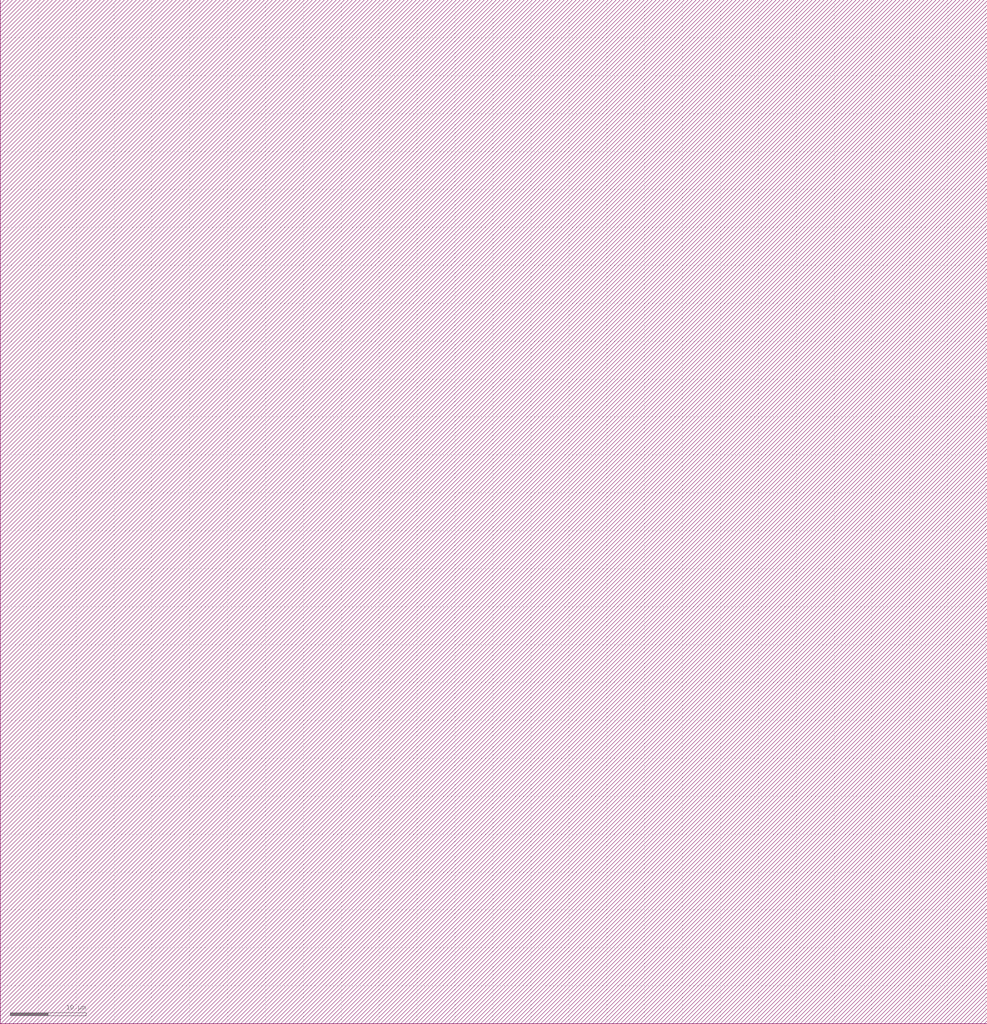
<source format=lef>
VERSION 5.6 ;

BUSBITCHARS "[]" ;

DIVIDERCHAR "/" ;

UNITS
    DATABASE MICRONS 1000 ;
END UNITS

MANUFACTURINGGRID 0.005000 ; 

CLEARANCEMEASURE EUCLIDEAN ; 

USEMINSPACING OBS ON ; 

SITE CoreSite
    CLASS CORE ;
    SIZE 0.600000 BY 0.300000 ;
END CoreSite

LAYER li
   TYPE ROUTING ;
   DIRECTION VERTICAL ;
   MINWIDTH 0.300000 ;
   AREA 0.056250 ;
   WIDTH 0.300000 ;
   SPACINGTABLE
      PARALLELRUNLENGTH 0.0
      WIDTH 0.0 0.225000 ;
   PITCH 0.600000 0.600000 ;
END li

LAYER mcon
    TYPE CUT ;
    SPACING 0.225000 ;
    WIDTH 0.300000 ;
    ENCLOSURE ABOVE 0.075000 0.075000 ;
    ENCLOSURE BELOW 0.000000 0.000000 ;
END mcon

LAYER met1
   TYPE ROUTING ;
   DIRECTION HORIZONTAL ;
   MINWIDTH 0.150000 ;
   AREA 0.084375 ;
   WIDTH 0.150000 ;
   SPACINGTABLE
      PARALLELRUNLENGTH 0.0
      WIDTH 0.0 0.150000 ;
   PITCH 0.300000 0.300000 ;
END met1

LAYER v1
    TYPE CUT ;
    SPACING 0.075000 ;
    WIDTH 0.300000 ;
    ENCLOSURE ABOVE 0.075000 0.075000 ;
    ENCLOSURE BELOW 0.075000 0.075000 ;
END v1

LAYER met2
   TYPE ROUTING ;
   DIRECTION VERTICAL ;
   MINWIDTH 0.150000 ;
   AREA 0.073125 ;
   WIDTH 0.150000 ;
   SPACINGTABLE
      PARALLELRUNLENGTH 0.0
      WIDTH 0.0 0.150000 ;
   PITCH 0.300000 0.300000 ;
END met2

LAYER v2
    TYPE CUT ;
    SPACING 0.150000 ;
    WIDTH 0.300000 ;
    ENCLOSURE ABOVE 0.075000 0.075000 ;
    ENCLOSURE BELOW 0.075000 0.000000 ;
END v2

LAYER met3
   TYPE ROUTING ;
   DIRECTION HORIZONTAL ;
   MINWIDTH 0.300000 ;
   AREA 0.241875 ;
   WIDTH 0.300000 ;
   SPACINGTABLE
      PARALLELRUNLENGTH 0.0
      WIDTH 0.0 0.300000 ;
   PITCH 0.600000 0.600000 ;
END met3

LAYER v3
    TYPE CUT ;
    SPACING 0.150000 ;
    WIDTH 0.450000 ;
    ENCLOSURE ABOVE 0.075000 0.075000 ;
    ENCLOSURE BELOW 0.075000 0.000000 ;
END v3

LAYER met4
   TYPE ROUTING ;
   DIRECTION VERTICAL ;
   MINWIDTH 0.300000 ;
   AREA 0.241875 ;
   WIDTH 0.300000 ;
   SPACINGTABLE
      PARALLELRUNLENGTH 0.0
      WIDTH 0.0 0.300000 ;
   PITCH 0.600000 0.600000 ;
END met4

LAYER v4
    TYPE CUT ;
    SPACING 0.450000 ;
    WIDTH 1.200000 ;
    ENCLOSURE ABOVE 0.150000 0.150000 ;
    ENCLOSURE BELOW 0.000000 0.000000 ;
END v4

LAYER met5
   TYPE ROUTING ;
   DIRECTION HORIZONTAL ;
   MINWIDTH 1.650000 ;
   AREA 4.005000 ;
   WIDTH 1.650000 ;
   SPACINGTABLE
      PARALLELRUNLENGTH 0.0
      WIDTH 0.0 1.650000 ;
   PITCH 3.300000 3.300000 ;
END met5

LAYER OVERLAP
   TYPE OVERLAP ;
END OVERLAP

VIA mcon_C DEFAULT
   LAYER li ;
     RECT -0.150000 -0.150000 0.150000 0.150000 ;
   LAYER mcon ;
     RECT -0.150000 -0.150000 0.150000 0.150000 ;
   LAYER met1 ;
     RECT -0.225000 -0.225000 0.225000 0.225000 ;
END mcon_C

VIA v1_C DEFAULT
   LAYER met1 ;
     RECT -0.225000 -0.225000 0.225000 0.225000 ;
   LAYER v1 ;
     RECT -0.150000 -0.150000 0.150000 0.150000 ;
   LAYER met2 ;
     RECT -0.225000 -0.225000 0.225000 0.225000 ;
END v1_C

VIA v2_C DEFAULT
   LAYER met2 ;
     RECT -0.150000 -0.225000 0.150000 0.225000 ;
   LAYER v2 ;
     RECT -0.150000 -0.150000 0.150000 0.150000 ;
   LAYER met3 ;
     RECT -0.225000 -0.225000 0.225000 0.225000 ;
END v2_C

VIA v2_Ch
   LAYER met2 ;
     RECT -0.225000 -0.150000 0.225000 0.150000 ;
   LAYER v2 ;
     RECT -0.150000 -0.150000 0.150000 0.150000 ;
   LAYER met3 ;
     RECT -0.225000 -0.225000 0.225000 0.225000 ;
END v2_Ch

VIA v2_Cv
   LAYER met2 ;
     RECT -0.150000 -0.225000 0.150000 0.225000 ;
   LAYER v2 ;
     RECT -0.150000 -0.150000 0.150000 0.150000 ;
   LAYER met3 ;
     RECT -0.225000 -0.225000 0.225000 0.225000 ;
END v2_Cv

VIA v3_C DEFAULT
   LAYER met3 ;
     RECT -0.300000 -0.225000 0.300000 0.225000 ;
   LAYER v3 ;
     RECT -0.225000 -0.225000 0.225000 0.225000 ;
   LAYER met4 ;
     RECT -0.300000 -0.300000 0.300000 0.300000 ;
END v3_C

VIA v3_Ch
   LAYER met3 ;
     RECT -0.300000 -0.225000 0.300000 0.225000 ;
   LAYER v3 ;
     RECT -0.225000 -0.225000 0.225000 0.225000 ;
   LAYER met4 ;
     RECT -0.300000 -0.300000 0.300000 0.300000 ;
END v3_Ch

VIA v3_Cv
   LAYER met3 ;
     RECT -0.300000 -0.225000 0.300000 0.225000 ;
   LAYER v3 ;
     RECT -0.225000 -0.225000 0.225000 0.225000 ;
   LAYER met4 ;
     RECT -0.300000 -0.300000 0.300000 0.300000 ;
END v3_Cv

VIA v4_C DEFAULT
   LAYER met4 ;
     RECT -0.600000 -0.600000 0.600000 0.600000 ;
   LAYER v4 ;
     RECT -0.600000 -0.600000 0.600000 0.600000 ;
   LAYER met5 ;
     RECT -0.750000 -0.750000 0.750000 0.750000 ;
END v4_C

MACRO _0_0std_0_0cells_0_0INVX1
    CLASS CORE ;
    FOREIGN _0_0std_0_0cells_0_0INVX1 0.000000 0.000000 ;
    ORIGIN 0.000000 0.000000 ;
    SIZE 2.400000 BY 2.700000 ;
    SYMMETRY X Y ;
    SITE CoreSite ;
    PIN A
        DIRECTION INPUT ;
        USE SIGNAL ;
        PORT
        LAYER li ;
        RECT 0.525000 2.325000 0.900000 2.400000 ;
        RECT 0.525000 2.100000 0.675000 2.325000 ;
        RECT 0.525000 2.025000 0.900000 2.100000 ;
        RECT 0.675000 2.100000 0.900000 2.325000 ;
        RECT 1.200000 1.050000 1.425000 1.275000 ;
        RECT 1.425000 1.050000 1.800000 1.275000 ;
        RECT 1.800000 1.050000 2.025000 1.275000 ;
        RECT 2.025000 1.050000 2.100000 1.275000 ;
        LAYER mcon ;
        RECT 0.675000 2.100000 0.900000 2.325000 ;
        RECT 1.200000 1.050000 1.425000 1.275000 ;
        LAYER met1 ;
        RECT 0.600000 2.325000 0.975000 2.400000 ;
        RECT 0.600000 2.100000 0.675000 2.325000 ;
        RECT 0.600000 2.025000 0.975000 2.100000 ;
        RECT 0.675000 2.100000 0.900000 2.325000 ;
        RECT 0.675000 1.275000 0.825000 2.025000 ;
        RECT 0.675000 1.125000 1.200000 1.275000 ;
        RECT 0.900000 2.100000 0.975000 2.325000 ;
        RECT 1.125000 1.050000 1.200000 1.125000 ;
        RECT 1.125000 0.975000 1.500000 1.050000 ;
        RECT 1.125000 1.275000 1.500000 1.350000 ;
        RECT 1.200000 1.050000 1.425000 1.275000 ;
        RECT 1.425000 1.050000 1.500000 1.275000 ;
        END
        ANTENNAGATEAREA 0.157500 ;
    END A
    PIN Y
        DIRECTION OUTPUT ;
        USE SIGNAL ;
        PORT
        LAYER li ;
        RECT 0.525000 0.525000 0.675000 0.675000 ;
        RECT 0.525000 0.300000 0.900000 0.525000 ;
        RECT 0.675000 1.725000 0.900000 1.800000 ;
        RECT 0.675000 1.500000 0.900000 1.725000 ;
        RECT 0.675000 0.750000 0.900000 1.500000 ;
        RECT 0.675000 0.525000 0.900000 0.750000 ;
        END
        ANTENNADIFFAREA 0.393750 ;
    END Y
    PIN Vdd
        DIRECTION INPUT ;
        USE POWER ;
        PORT
        LAYER li ;
        RECT 1.200000 2.325000 2.100000 2.400000 ;
        RECT 1.200000 2.100000 1.800000 2.325000 ;
        RECT 1.200000 1.950000 1.425000 2.100000 ;
        RECT 1.200000 1.725000 1.425000 1.950000 ;
        RECT 1.200000 1.650000 1.425000 1.725000 ;
        RECT 1.800000 2.100000 2.025000 2.325000 ;
        RECT 2.025000 2.100000 2.100000 2.325000 ;
        LAYER mcon ;
        RECT 1.800000 2.100000 2.025000 2.325000 ;
        LAYER met1 ;
        RECT 1.725000 2.325000 2.100000 2.400000 ;
        RECT 1.725000 2.100000 1.800000 2.325000 ;
        RECT 1.800000 2.100000 2.025000 2.325000 ;
        RECT 1.725000 2.025000 2.100000 2.100000 ;
        RECT 2.025000 2.100000 2.100000 2.325000 ;
        END
        ANTENNADIFFAREA 0.225000 ;
    END Vdd
    PIN GND
        DIRECTION INPUT ;
        USE GROUND ;
        PORT
        LAYER li ;
        RECT 1.200000 0.450000 1.425000 0.525000 ;
        RECT 1.200000 0.750000 1.425000 0.825000 ;
        RECT 1.200000 0.525000 1.425000 0.750000 ;
        RECT 1.725000 0.375000 1.800000 0.525000 ;
        RECT 1.725000 0.300000 2.100000 0.375000 ;
        RECT 1.425000 0.600000 2.100000 0.750000 ;
        RECT 1.425000 0.525000 1.800000 0.600000 ;
        RECT 1.800000 0.375000 2.025000 0.600000 ;
        RECT 2.025000 0.375000 2.100000 0.600000 ;
        LAYER mcon ;
        RECT 1.800000 0.375000 2.025000 0.600000 ;
        LAYER met1 ;
        RECT 1.725000 0.600000 2.100000 0.675000 ;
        RECT 1.725000 0.375000 1.800000 0.600000 ;
        RECT 1.725000 0.300000 2.100000 0.375000 ;
        RECT 1.800000 0.375000 2.025000 0.600000 ;
        RECT 2.025000 0.375000 2.100000 0.600000 ;
        END
        ANTENNADIFFAREA 0.168750 ;
    END GND
END _0_0std_0_0cells_0_0INVX1

MACRO _0_0std_0_0cells_0_0MUX2X1
    CLASS CORE ;
    FOREIGN _0_0std_0_0cells_0_0MUX2X1 0.000000 0.000000 ;
    ORIGIN 0.000000 0.000000 ;
    SIZE 6.000000 BY 3.600000 ;
    SYMMETRY X Y ;
    SITE CoreSite ;
    PIN A
        DIRECTION INPUT ;
        USE SIGNAL ;
        PORT
        LAYER li ;
        RECT 0.525000 3.150000 0.675000 3.375000 ;
        RECT 0.525000 3.000000 0.975000 3.150000 ;
        RECT 0.675000 3.150000 0.900000 3.375000 ;
        RECT 0.900000 3.150000 0.975000 3.375000 ;
        END
        ANTENNAGATEAREA 0.281250 ;
    END A
    PIN B
        DIRECTION INPUT ;
        USE SIGNAL ;
        PORT
        LAYER li ;
        RECT 2.775000 3.150000 2.850000 3.375000 ;
        RECT 2.850000 3.150000 3.075000 3.375000 ;
        RECT 3.000000 3.375000 3.300000 3.450000 ;
        RECT 3.075000 3.150000 3.375000 3.375000 ;
        RECT 3.000000 3.000000 3.375000 3.150000 ;
        END
        ANTENNAGATEAREA 0.168750 ;
    END B
    PIN S
        DIRECTION INPUT ;
        USE SIGNAL ;
        PORT
        LAYER li ;
        RECT 1.800000 3.375000 2.100000 3.450000 ;
        RECT 1.800000 3.150000 2.250000 3.375000 ;
        RECT 1.800000 3.000000 2.550000 3.150000 ;
        RECT 2.250000 3.150000 2.475000 3.375000 ;
        RECT 2.475000 3.150000 2.550000 3.375000 ;
        END
        ANTENNAGATEAREA 0.551250 ;
    END S
    PIN Y
        DIRECTION OUTPUT ;
        USE SIGNAL ;
        PORT
        LAYER li ;
        RECT 0.675000 1.350000 5.325000 1.575000 ;
        RECT 0.675000 1.125000 0.900000 1.350000 ;
        RECT 0.675000 0.900000 0.900000 1.125000 ;
        RECT 0.675000 0.825000 0.900000 0.900000 ;
        RECT 2.550000 1.575000 2.775000 1.800000 ;
        RECT 5.400000 0.300000 5.700000 0.450000 ;
        RECT 2.550000 2.025000 2.775000 2.100000 ;
        RECT 2.550000 1.800000 2.775000 2.025000 ;
        RECT 5.100000 0.750000 5.325000 1.350000 ;
        RECT 5.100000 0.525000 5.325000 0.750000 ;
        RECT 5.100000 0.450000 5.700000 0.525000 ;
        RECT 5.325000 0.525000 5.700000 0.750000 ;
        RECT 5.100000 1.575000 5.325000 1.800000 ;
        RECT 5.100000 2.025000 5.325000 2.100000 ;
        RECT 5.100000 1.800000 5.325000 2.025000 ;
        END
        ANTENNADIFFAREA 1.406250 ;
    END Y
    PIN Vdd
        DIRECTION INPUT ;
        USE POWER ;
        PORT
        LAYER li ;
        RECT 1.200000 2.550000 3.750000 2.775000 ;
        RECT 3.750000 2.550000 3.975000 2.775000 ;
        RECT 1.200000 2.025000 1.425000 2.250000 ;
        RECT 1.200000 1.950000 1.425000 2.025000 ;
        RECT 3.975000 2.550000 4.425000 2.775000 ;
        RECT 1.200000 2.250000 1.425000 2.550000 ;
        RECT 4.200000 3.225000 4.500000 3.300000 ;
        RECT 4.200000 3.000000 4.425000 3.225000 ;
        RECT 4.200000 2.775000 4.425000 3.000000 ;
        RECT 4.425000 3.000000 4.500000 3.225000 ;
        LAYER mcon ;
        RECT 4.200000 3.000000 4.425000 3.225000 ;
        LAYER met1 ;
        RECT 4.125000 3.225000 4.500000 3.450000 ;
        RECT 4.125000 3.000000 4.200000 3.225000 ;
        RECT 4.125000 2.925000 4.500000 3.000000 ;
        RECT 4.200000 3.000000 4.425000 3.225000 ;
        RECT 4.425000 3.000000 4.500000 3.225000 ;
        END
        ANTENNADIFFAREA 0.804375 ;
    END Vdd
    PIN GND
        DIRECTION INPUT ;
        USE GROUND ;
        PORT
        LAYER li ;
        RECT 1.650000 0.525000 1.725000 0.750000 ;
        RECT 1.650000 0.450000 3.075000 0.525000 ;
        RECT 1.725000 0.525000 1.950000 0.750000 ;
        RECT 1.950000 0.675000 2.025000 0.750000 ;
        RECT 1.950000 0.525000 3.225000 0.675000 ;
        RECT 3.000000 0.300000 3.075000 0.450000 ;
        RECT 3.225000 0.525000 3.450000 0.750000 ;
        RECT 3.075000 0.300000 3.300000 0.525000 ;
        RECT 3.150000 0.675000 3.225000 0.750000 ;
        RECT 3.450000 0.525000 3.525000 0.750000 ;
        RECT 3.300000 0.450000 3.525000 0.525000 ;
        LAYER mcon ;
        RECT 3.075000 0.300000 3.300000 0.525000 ;
        LAYER met1 ;
        RECT 3.000000 0.525000 3.375000 0.600000 ;
        RECT 3.000000 0.300000 3.075000 0.525000 ;
        RECT 3.000000 0.225000 3.375000 0.300000 ;
        RECT 3.075000 0.300000 3.300000 0.525000 ;
        RECT 3.300000 0.300000 3.375000 0.525000 ;
        END
        ANTENNADIFFAREA 0.630000 ;
    END GND
    OBS
        LAYER li ;
        RECT 0.600000 2.400000 0.975000 2.475000 ;
        RECT 0.600000 2.175000 0.675000 2.400000 ;
        RECT 0.600000 2.100000 0.975000 2.175000 ;
        RECT 0.675000 2.175000 0.900000 2.400000 ;
        RECT 0.900000 2.175000 0.975000 2.400000 ;
        RECT 1.650000 1.800000 1.725000 2.025000 ;
        RECT 1.725000 2.025000 1.950000 2.100000 ;
        RECT 1.725000 1.800000 1.950000 2.025000 ;
        RECT 1.950000 1.800000 2.025000 2.025000 ;
        RECT 2.475000 0.900000 2.550000 1.125000 ;
        RECT 2.550000 0.900000 2.775000 1.125000 ;
        RECT 2.775000 0.900000 2.850000 1.125000 ;
        RECT 3.750000 0.750000 3.975000 0.825000 ;
        RECT 3.750000 0.525000 3.975000 0.750000 ;
        RECT 3.750000 0.450000 3.975000 0.525000 ;
        RECT 3.975000 0.525000 4.575000 0.750000 ;
        RECT 4.575000 0.750000 4.800000 0.825000 ;
        RECT 4.575000 0.525000 4.800000 0.750000 ;
        RECT 4.575000 0.450000 4.800000 0.525000 ;
        RECT 4.050000 1.800000 4.275000 2.025000 ;
        RECT 4.275000 1.800000 4.575000 2.025000 ;
        RECT 4.575000 2.025000 4.800000 2.100000 ;
        RECT 4.575000 1.800000 4.800000 2.025000 ;
        RECT 4.800000 3.375000 5.025000 3.450000 ;
        RECT 4.800000 1.800000 4.875000 2.025000 ;
        RECT 4.800000 3.150000 5.025000 3.375000 ;
        RECT 4.800000 3.075000 5.025000 3.150000 ;
        LAYER met1 ;
        RECT 0.600000 2.400000 0.975000 2.475000 ;
        RECT 0.600000 2.175000 0.675000 2.400000 ;
        RECT 0.600000 2.100000 0.975000 2.175000 ;
        RECT 0.675000 2.175000 0.900000 2.400000 ;
        RECT 0.900000 2.250000 2.325000 2.400000 ;
        RECT 0.900000 2.175000 0.975000 2.250000 ;
        RECT 1.650000 2.025000 2.025000 2.100000 ;
        RECT 1.650000 1.800000 1.725000 2.025000 ;
        RECT 1.650000 1.725000 2.025000 1.800000 ;
        RECT 1.725000 1.800000 1.950000 2.025000 ;
        RECT 1.725000 1.575000 1.950000 1.725000 ;
        RECT 1.725000 1.425000 5.025000 1.575000 ;
        RECT 4.725000 3.375000 5.100000 3.450000 ;
        RECT 1.950000 1.800000 2.025000 2.025000 ;
        RECT 2.175000 1.725000 4.350000 1.800000 ;
        RECT 2.475000 1.200000 2.775000 1.425000 ;
        RECT 2.475000 1.125000 2.850000 1.200000 ;
        RECT 2.475000 0.900000 2.550000 1.125000 ;
        RECT 2.475000 0.825000 2.850000 0.900000 ;
        RECT 2.550000 0.900000 2.775000 1.125000 ;
        RECT 4.725000 3.150000 4.800000 3.375000 ;
        RECT 4.725000 3.075000 5.100000 3.150000 ;
        RECT 2.175000 1.875000 2.325000 2.250000 ;
        RECT 2.175000 1.800000 4.050000 1.875000 ;
        RECT 2.775000 0.900000 2.850000 1.125000 ;
        RECT 4.800000 3.150000 5.025000 3.375000 ;
        RECT 4.050000 1.800000 4.275000 2.025000 ;
        RECT 5.025000 3.150000 5.100000 3.375000 ;
        RECT 3.975000 2.025000 4.350000 2.100000 ;
        RECT 3.975000 1.875000 4.050000 2.025000 ;
        RECT 4.275000 1.800000 4.350000 2.025000 ;
        RECT 4.875000 1.575000 5.025000 3.075000 ;
    END
END _0_0std_0_0cells_0_0MUX2X1

MACRO _0_0std_0_0cells_0_0AND2X1
    CLASS CORE ;
    FOREIGN _0_0std_0_0cells_0_0AND2X1 0.000000 0.000000 ;
    ORIGIN 0.000000 0.000000 ;
    SIZE 3.000000 BY 4.200000 ;
    SYMMETRY X Y ;
    SITE CoreSite ;
    PIN A
        DIRECTION INPUT ;
        USE SIGNAL ;
        PORT
        LAYER li ;
        RECT 0.300000 3.525000 0.975000 3.600000 ;
        RECT 0.300000 3.300000 0.675000 3.525000 ;
        RECT 0.300000 3.225000 0.975000 3.300000 ;
        RECT 0.675000 3.300000 0.900000 3.525000 ;
        RECT 0.900000 3.300000 0.975000 3.525000 ;
        END
        ANTENNAGATEAREA 0.202500 ;
    END A
    PIN B
        DIRECTION INPUT ;
        USE SIGNAL ;
        PORT
        LAYER li ;
        RECT 1.725000 3.525000 2.100000 3.600000 ;
        RECT 1.725000 3.300000 1.800000 3.525000 ;
        RECT 1.725000 3.225000 2.100000 3.300000 ;
        RECT 1.800000 3.600000 2.100000 3.900000 ;
        RECT 1.800000 3.300000 2.025000 3.525000 ;
        RECT 2.025000 3.300000 2.100000 3.525000 ;
        END
        ANTENNAGATEAREA 0.202500 ;
    END B
    PIN Y
        DIRECTION OUTPUT ;
        USE SIGNAL ;
        PORT
        LAYER li ;
        RECT 2.250000 1.425000 2.700000 1.500000 ;
        RECT 2.250000 1.200000 2.325000 1.425000 ;
        RECT 2.325000 1.500000 2.700000 2.325000 ;
        RECT 2.325000 1.200000 2.625000 1.425000 ;
        RECT 2.625000 1.200000 2.700000 1.425000 ;
        RECT 2.325000 2.550000 2.700000 2.625000 ;
        RECT 2.400000 2.625000 2.700000 3.900000 ;
        RECT 2.325000 2.325000 2.625000 2.550000 ;
        RECT 2.625000 2.325000 2.700000 2.550000 ;
        END
        ANTENNADIFFAREA 0.472500 ;
    END Y
    PIN Vdd
        DIRECTION INPUT ;
        USE POWER ;
        PORT
        LAYER li ;
        RECT 0.600000 2.700000 2.100000 2.925000 ;
        RECT 0.600000 2.550000 0.975000 2.700000 ;
        RECT 0.600000 2.325000 0.675000 2.550000 ;
        RECT 0.600000 2.250000 0.975000 2.325000 ;
        RECT 1.200000 3.675000 1.425000 3.900000 ;
        RECT 0.675000 2.325000 0.900000 2.550000 ;
        RECT 1.425000 3.675000 1.500000 3.900000 ;
        RECT 0.900000 2.325000 0.975000 2.550000 ;
        RECT 1.200000 2.925000 1.500000 3.675000 ;
        RECT 1.725000 2.550000 2.100000 2.700000 ;
        RECT 1.725000 2.325000 1.800000 2.550000 ;
        RECT 1.725000 2.250000 2.100000 2.325000 ;
        RECT 1.800000 2.325000 2.025000 2.550000 ;
        RECT 2.025000 2.325000 2.100000 2.550000 ;
        LAYER mcon ;
        RECT 1.200000 3.675000 1.425000 3.900000 ;
        LAYER met1 ;
        RECT 1.125000 3.900000 1.500000 3.975000 ;
        RECT 1.125000 3.675000 1.200000 3.900000 ;
        RECT 1.125000 3.600000 1.500000 3.675000 ;
        RECT 1.200000 3.675000 1.425000 3.900000 ;
        RECT 1.425000 3.675000 1.500000 3.900000 ;
        END
        ANTENNADIFFAREA 0.495000 ;
    END Vdd
    PIN GND
        DIRECTION INPUT ;
        USE GROUND ;
        PORT
        LAYER li ;
        RECT 0.600000 0.375000 0.675000 0.600000 ;
        RECT 0.600000 0.300000 2.025000 0.375000 ;
        RECT 0.675000 0.375000 0.900000 0.600000 ;
        RECT 1.725000 1.125000 1.800000 1.350000 ;
        RECT 0.900000 0.375000 2.025000 0.525000 ;
        RECT 1.800000 1.125000 2.025000 1.350000 ;
        RECT 1.725000 1.050000 2.025000 1.125000 ;
        RECT 1.800000 0.525000 2.025000 1.050000 ;
        RECT 1.725000 1.350000 2.025000 1.425000 ;
        LAYER mcon ;
        RECT 0.675000 0.375000 0.900000 0.600000 ;
        LAYER met1 ;
        RECT 0.600000 0.600000 0.975000 0.675000 ;
        RECT 0.600000 0.375000 0.675000 0.600000 ;
        RECT 0.600000 0.300000 0.975000 0.375000 ;
        RECT 0.675000 0.375000 0.900000 0.600000 ;
        RECT 0.900000 0.375000 0.975000 0.600000 ;
        END
        ANTENNADIFFAREA 0.258750 ;
    END GND
    OBS
        LAYER li ;
        RECT 0.600000 1.725000 1.500000 1.950000 ;
        RECT 0.600000 1.650000 1.800000 1.725000 ;
        RECT 0.600000 1.425000 0.975000 1.650000 ;
        RECT 0.600000 1.200000 0.675000 1.425000 ;
        RECT 0.600000 1.125000 0.975000 1.200000 ;
        RECT 1.500000 1.725000 1.725000 1.950000 ;
        RECT 0.675000 1.200000 0.900000 1.425000 ;
        RECT 1.725000 1.725000 1.800000 1.950000 ;
        RECT 0.900000 1.200000 0.975000 1.425000 ;
        RECT 2.325000 0.300000 2.700000 0.375000 ;
        RECT 1.200000 2.175000 1.275000 2.400000 ;
        RECT 1.200000 2.025000 1.500000 2.175000 ;
        RECT 1.200000 1.950000 1.800000 2.025000 ;
        RECT 1.200000 2.400000 1.500000 2.475000 ;
        RECT 1.275000 2.175000 1.500000 2.400000 ;
        RECT 2.325000 0.375000 2.400000 0.600000 ;
        RECT 2.400000 0.375000 2.625000 0.600000 ;
        RECT 2.325000 0.900000 2.700000 0.975000 ;
        RECT 2.325000 0.675000 2.400000 0.900000 ;
        RECT 2.325000 0.600000 2.700000 0.675000 ;
        RECT 2.625000 0.375000 2.700000 0.600000 ;
        RECT 2.400000 0.675000 2.625000 0.900000 ;
        RECT 2.625000 0.675000 2.700000 0.900000 ;
        LAYER met1 ;
        RECT 1.425000 1.950000 2.700000 2.025000 ;
        RECT 1.425000 1.725000 1.500000 1.950000 ;
        RECT 1.425000 1.650000 2.700000 1.725000 ;
        RECT 1.500000 1.725000 1.725000 1.950000 ;
        RECT 1.725000 1.725000 2.700000 1.950000 ;
        RECT 2.325000 0.900000 2.700000 1.650000 ;
        RECT 2.325000 0.675000 2.400000 0.900000 ;
        RECT 2.325000 0.600000 2.700000 0.675000 ;
        RECT 2.400000 0.675000 2.625000 0.900000 ;
        RECT 2.625000 0.675000 2.700000 0.900000 ;
    END
END _0_0std_0_0cells_0_0AND2X1

MACRO _0_0cell_0_0gcelem2x0
    CLASS CORE ;
    FOREIGN _0_0cell_0_0gcelem2x0 0.000000 0.000000 ;
    ORIGIN 0.000000 0.000000 ;
    SIZE 6.600000 BY 3.600000 ;
    SYMMETRY X Y ;
    SITE CoreSite ;
    PIN in_50_6
        DIRECTION INPUT ;
        USE SIGNAL ;
        PORT
        LAYER li ;
        RECT 0.600000 2.775000 0.675000 3.000000 ;
        RECT 0.600000 2.700000 0.900000 2.775000 ;
        RECT 0.675000 3.000000 0.900000 3.075000 ;
        RECT 0.675000 2.775000 0.900000 3.000000 ;
        END
        ANTENNAGATEAREA 0.213750 ;
    END in_50_6
    PIN in_51_6
        DIRECTION INPUT ;
        USE SIGNAL ;
        PORT
        LAYER li ;
        RECT 2.400000 2.925000 2.700000 3.000000 ;
        RECT 2.400000 2.700000 2.775000 2.925000 ;
        RECT 2.775000 2.700000 3.000000 2.925000 ;
        RECT 3.000000 2.700000 3.075000 2.925000 ;
        END
        ANTENNAGATEAREA 0.213750 ;
    END in_51_6
    PIN out
        DIRECTION OUTPUT ;
        USE SIGNAL ;
        PORT
        LAYER li ;
        RECT 0.600000 0.375000 0.675000 0.600000 ;
        RECT 0.600000 0.300000 0.900000 0.375000 ;
        RECT 0.675000 0.375000 0.900000 0.600000 ;
        RECT 3.600000 0.750000 3.825000 0.900000 ;
        RECT 3.600000 0.525000 3.825000 0.750000 ;
        RECT 3.525000 1.800000 3.600000 2.025000 ;
        RECT 5.850000 0.375000 6.075000 0.600000 ;
        RECT 3.600000 1.800000 3.825000 2.025000 ;
        RECT 3.600000 1.125000 3.825000 1.800000 ;
        RECT 3.600000 0.900000 3.825000 1.125000 ;
        RECT 5.850000 0.600000 6.075000 1.350000 ;
        RECT 3.825000 1.800000 3.900000 2.025000 ;
        RECT 5.850000 1.575000 6.075000 1.650000 ;
        RECT 5.850000 1.350000 6.075000 1.575000 ;
        LAYER mcon ;
        RECT 0.675000 0.375000 0.900000 0.600000 ;
        RECT 3.600000 0.525000 3.825000 0.750000 ;
        RECT 5.850000 0.375000 6.075000 0.600000 ;
        LAYER met1 ;
        RECT 0.600000 0.600000 3.600000 0.675000 ;
        RECT 0.600000 0.375000 0.675000 0.600000 ;
        RECT 0.600000 0.300000 0.975000 0.375000 ;
        RECT 0.675000 0.375000 0.900000 0.600000 ;
        RECT 0.900000 0.525000 3.600000 0.600000 ;
        RECT 0.900000 0.375000 0.975000 0.525000 ;
        RECT 3.600000 0.525000 3.825000 0.750000 ;
        RECT 3.525000 0.450000 3.900000 0.525000 ;
        RECT 3.525000 0.750000 3.900000 0.825000 ;
        RECT 3.525000 0.675000 3.600000 0.750000 ;
        RECT 3.825000 0.675000 3.900000 0.750000 ;
        RECT 3.825000 0.600000 6.150000 0.675000 ;
        RECT 3.825000 0.525000 5.850000 0.600000 ;
        RECT 5.775000 0.375000 5.850000 0.525000 ;
        RECT 5.775000 0.300000 6.150000 0.375000 ;
        RECT 5.850000 0.375000 6.075000 0.600000 ;
        RECT 6.075000 0.375000 6.150000 0.600000 ;
        END
        ANTENNAGATEAREA 0.360000 ;
        ANTENNADIFFAREA 0.630000 ;
    END out
    PIN Vdd
        DIRECTION INPUT ;
        USE POWER ;
        PORT
        LAYER li ;
        RECT 0.600000 1.800000 0.675000 2.025000 ;
        RECT 0.675000 1.800000 0.900000 2.025000 ;
        RECT 0.675000 1.650000 0.975000 1.800000 ;
        RECT 0.675000 1.425000 1.800000 1.650000 ;
        RECT 0.900000 1.800000 0.975000 2.025000 ;
        RECT 1.575000 0.450000 1.800000 1.425000 ;
        RECT 1.575000 0.225000 1.800000 0.450000 ;
        RECT 1.575000 0.150000 1.800000 0.225000 ;
        RECT 4.500000 1.800000 4.575000 2.025000 ;
        RECT 4.575000 1.800000 4.800000 2.025000 ;
        RECT 4.800000 1.800000 4.875000 2.025000 ;
        RECT 4.200000 2.925000 4.500000 3.000000 ;
        RECT 4.200000 2.700000 4.275000 2.925000 ;
        RECT 4.275000 2.700000 4.500000 2.925000 ;
        LAYER mcon ;
        RECT 0.675000 1.800000 0.900000 2.025000 ;
        RECT 4.275000 2.700000 4.500000 2.925000 ;
        RECT 4.575000 1.800000 4.800000 2.025000 ;
        LAYER met1 ;
        RECT 0.600000 2.025000 0.975000 2.100000 ;
        RECT 0.600000 1.800000 0.675000 2.025000 ;
        RECT 0.600000 1.725000 0.975000 1.800000 ;
        RECT 0.675000 1.800000 0.900000 2.025000 ;
        RECT 0.900000 1.800000 4.575000 2.025000 ;
        RECT 4.200000 2.925000 4.575000 3.000000 ;
        RECT 4.200000 2.700000 4.275000 2.925000 ;
        RECT 4.575000 1.800000 4.800000 2.025000 ;
        RECT 4.275000 2.700000 4.500000 2.925000 ;
        RECT 4.800000 1.800000 4.875000 2.025000 ;
        RECT 4.500000 2.700000 4.575000 2.925000 ;
        RECT 4.200000 2.625000 4.575000 2.700000 ;
        RECT 4.275000 2.100000 4.425000 2.625000 ;
        RECT 4.275000 2.025000 4.875000 2.100000 ;
        RECT 4.500000 1.725000 4.875000 1.800000 ;
        END
        ANTENNAGATEAREA 0.945000 ;
        ANTENNADIFFAREA 0.472500 ;
    END Vdd
    PIN GND
        DIRECTION INPUT ;
        USE GROUND ;
        PORT
        LAYER li ;
        RECT 0.600000 0.900000 0.675000 1.125000 ;
        RECT 0.600000 0.825000 0.975000 0.900000 ;
        RECT 0.675000 1.125000 0.900000 1.200000 ;
        RECT 0.675000 0.900000 0.900000 1.125000 ;
        RECT 0.900000 0.900000 0.975000 1.125000 ;
        RECT 1.200000 2.700000 1.575000 2.775000 ;
        RECT 1.200000 2.475000 1.275000 2.700000 ;
        RECT 1.200000 2.400000 1.575000 2.475000 ;
        RECT 1.275000 2.475000 1.500000 2.700000 ;
        RECT 1.500000 2.475000 1.575000 2.700000 ;
        RECT 4.500000 1.125000 4.875000 1.200000 ;
        RECT 4.500000 0.900000 4.575000 1.125000 ;
        RECT 4.575000 0.900000 4.800000 1.125000 ;
        RECT 4.800000 0.900000 4.875000 1.125000 ;
        RECT 5.925000 2.625000 6.300000 3.000000 ;
        RECT 5.925000 2.400000 6.000000 2.625000 ;
        RECT 6.000000 2.400000 6.225000 2.625000 ;
        RECT 6.225000 2.400000 6.300000 2.625000 ;
        LAYER mcon ;
        RECT 0.675000 0.900000 0.900000 1.125000 ;
        RECT 1.275000 2.475000 1.500000 2.700000 ;
        RECT 4.575000 0.900000 4.800000 1.125000 ;
        RECT 6.000000 2.400000 6.225000 2.625000 ;
        LAYER met1 ;
        RECT 0.300000 2.250000 1.350000 2.400000 ;
        RECT 0.300000 1.125000 0.450000 2.250000 ;
        RECT 0.300000 0.975000 0.675000 1.125000 ;
        RECT 0.600000 0.900000 0.675000 0.975000 ;
        RECT 0.600000 0.825000 0.975000 0.900000 ;
        RECT 0.600000 1.125000 4.875000 1.200000 ;
        RECT 0.675000 0.900000 0.900000 1.125000 ;
        RECT 1.200000 2.700000 1.575000 2.775000 ;
        RECT 1.200000 2.475000 1.275000 2.700000 ;
        RECT 1.200000 2.400000 1.575000 2.475000 ;
        RECT 0.900000 1.050000 4.575000 1.125000 ;
        RECT 0.900000 0.900000 0.975000 1.050000 ;
        RECT 1.275000 2.475000 1.500000 2.700000 ;
        RECT 6.000000 1.125000 6.225000 2.325000 ;
        RECT 1.500000 2.475000 1.575000 2.700000 ;
        RECT 4.500000 0.900000 4.575000 1.050000 ;
        RECT 4.500000 0.825000 4.875000 0.900000 ;
        RECT 5.925000 2.625000 6.300000 3.000000 ;
        RECT 4.575000 0.900000 4.800000 1.125000 ;
        RECT 5.925000 2.400000 6.000000 2.625000 ;
        RECT 5.925000 2.325000 6.300000 2.400000 ;
        RECT 4.800000 0.900000 6.225000 1.125000 ;
        RECT 6.000000 2.400000 6.225000 2.625000 ;
        RECT 6.225000 2.400000 6.300000 2.625000 ;
        END
        ANTENNAGATEAREA 0.472500 ;
        ANTENNADIFFAREA 0.382500 ;
    END GND
    OBS
        LAYER li ;
        RECT 1.950000 2.250000 5.475000 2.475000 ;
        RECT 1.800000 2.850000 2.175000 2.925000 ;
        RECT 1.800000 2.625000 1.875000 2.850000 ;
        RECT 1.800000 2.550000 2.175000 2.625000 ;
        RECT 1.875000 2.625000 2.100000 2.850000 ;
        RECT 2.100000 2.625000 2.175000 2.850000 ;
        RECT 1.950000 2.475000 2.175000 2.550000 ;
        RECT 5.175000 1.725000 5.550000 1.800000 ;
        RECT 5.175000 1.125000 5.550000 1.200000 ;
        RECT 5.250000 1.200000 5.475000 1.725000 ;
        RECT 5.175000 2.100000 5.475000 2.250000 ;
        RECT 5.175000 2.025000 5.550000 2.100000 ;
        RECT 5.175000 1.800000 5.250000 2.025000 ;
        RECT 5.175000 0.900000 5.250000 1.125000 ;
        RECT 5.250000 1.800000 5.475000 2.025000 ;
        RECT 5.250000 0.900000 5.475000 1.125000 ;
        RECT 5.475000 1.800000 5.550000 2.025000 ;
        RECT 5.475000 0.900000 5.550000 1.125000 ;
    END
END _0_0cell_0_0gcelem2x0

MACRO _0_0cell_0_0ginvx0
    CLASS CORE ;
    FOREIGN _0_0cell_0_0ginvx0 0.000000 0.000000 ;
    ORIGIN 0.000000 0.000000 ;
    SIZE 2.400000 BY 2.700000 ;
    SYMMETRY X Y ;
    SITE CoreSite ;
    PIN in_50_6
        DIRECTION INPUT ;
        USE SIGNAL ;
        PORT
        LAYER li ;
        RECT 0.525000 2.325000 0.900000 2.400000 ;
        RECT 0.525000 2.100000 0.675000 2.325000 ;
        RECT 0.675000 2.100000 0.900000 2.325000 ;
        RECT 1.200000 1.125000 1.425000 1.350000 ;
        RECT 1.425000 1.125000 1.800000 1.350000 ;
        RECT 1.725000 1.350000 2.100000 1.425000 ;
        RECT 1.800000 1.125000 2.025000 1.350000 ;
        RECT 1.725000 1.050000 2.100000 1.125000 ;
        RECT 2.025000 1.125000 2.100000 1.350000 ;
        LAYER mcon ;
        RECT 0.675000 2.100000 0.900000 2.325000 ;
        RECT 1.200000 1.125000 1.425000 1.350000 ;
        LAYER met1 ;
        RECT 0.600000 2.325000 0.975000 2.400000 ;
        RECT 0.600000 2.100000 0.675000 2.325000 ;
        RECT 0.600000 2.025000 0.975000 2.100000 ;
        RECT 0.675000 2.100000 0.900000 2.325000 ;
        RECT 0.675000 1.350000 0.900000 2.025000 ;
        RECT 0.675000 1.125000 1.200000 1.350000 ;
        RECT 0.900000 2.100000 0.975000 2.325000 ;
        RECT 1.200000 1.125000 1.425000 1.350000 ;
        RECT 1.125000 1.050000 1.500000 1.125000 ;
        RECT 1.125000 1.350000 1.500000 1.425000 ;
        RECT 1.425000 1.125000 1.500000 1.350000 ;
        END
        ANTENNAGATEAREA 0.135000 ;
    END in_50_6
    PIN out
        DIRECTION OUTPUT ;
        USE SIGNAL ;
        PORT
        LAYER li ;
        RECT 0.525000 0.300000 0.900000 0.600000 ;
        RECT 0.675000 1.725000 0.900000 1.800000 ;
        RECT 0.675000 1.500000 0.900000 1.725000 ;
        RECT 0.675000 0.825000 0.900000 1.500000 ;
        RECT 0.675000 0.600000 0.900000 0.825000 ;
        END
        ANTENNADIFFAREA 0.337500 ;
    END out
    PIN Vdd
        DIRECTION INPUT ;
        USE POWER ;
        PORT
        LAYER li ;
        RECT 1.125000 1.575000 1.200000 1.800000 ;
        RECT 1.200000 2.100000 1.650000 2.325000 ;
        RECT 1.200000 1.800000 1.425000 2.100000 ;
        RECT 1.200000 1.575000 1.425000 1.800000 ;
        RECT 1.650000 2.100000 1.875000 2.325000 ;
        RECT 1.425000 1.575000 1.500000 1.800000 ;
        LAYER mcon ;
        RECT 1.650000 2.100000 1.875000 2.325000 ;
        LAYER met1 ;
        RECT 1.575000 2.325000 1.950000 2.400000 ;
        RECT 1.575000 2.100000 1.650000 2.325000 ;
        RECT 1.650000 2.100000 1.875000 2.325000 ;
        RECT 1.575000 2.025000 1.950000 2.100000 ;
        RECT 1.875000 2.100000 1.950000 2.325000 ;
        END
        ANTENNADIFFAREA 0.168750 ;
    END Vdd
    PIN GND
        DIRECTION INPUT ;
        USE GROUND ;
        PORT
        LAYER li ;
        RECT 1.800000 0.375000 2.025000 0.600000 ;
        RECT 1.800000 0.300000 2.100000 0.375000 ;
        RECT 1.125000 0.600000 1.200000 0.825000 ;
        RECT 2.025000 0.375000 2.100000 0.600000 ;
        RECT 1.200000 0.600000 1.425000 0.825000 ;
        RECT 1.425000 0.600000 2.100000 0.825000 ;
        LAYER mcon ;
        RECT 1.800000 0.375000 2.025000 0.600000 ;
        LAYER met1 ;
        RECT 1.725000 0.600000 2.100000 0.675000 ;
        RECT 1.725000 0.375000 1.800000 0.600000 ;
        RECT 1.725000 0.300000 2.100000 0.375000 ;
        RECT 1.800000 0.375000 2.025000 0.600000 ;
        RECT 2.025000 0.375000 2.100000 0.600000 ;
        END
        ANTENNADIFFAREA 0.168750 ;
    END GND
END _0_0cell_0_0ginvx0

MACRO _0_0std_0_0cells_0_0NOR2X1
    CLASS CORE ;
    FOREIGN _0_0std_0_0cells_0_0NOR2X1 0.000000 0.000000 ;
    ORIGIN 0.000000 0.000000 ;
    SIZE 3.600000 BY 3.900000 ;
    SYMMETRY X Y ;
    SITE CoreSite ;
    PIN A
        DIRECTION INPUT ;
        USE SIGNAL ;
        PORT
        LAYER li ;
        RECT 0.600000 3.525000 0.900000 3.600000 ;
        RECT 0.600000 3.375000 0.975000 3.525000 ;
        RECT 0.600000 3.300000 0.750000 3.375000 ;
        RECT 0.750000 3.150000 0.975000 3.375000 ;
        RECT 0.750000 3.075000 0.975000 3.150000 ;
        END
        ANTENNAGATEAREA 0.236250 ;
    END A
    PIN B
        DIRECTION INPUT ;
        USE SIGNAL ;
        PORT
        LAYER li ;
        RECT 2.400000 3.300000 2.925000 3.600000 ;
        RECT 2.400000 3.150000 2.550000 3.300000 ;
        RECT 2.550000 3.075000 2.775000 3.300000 ;
        RECT 2.550000 3.000000 2.775000 3.075000 ;
        RECT 2.775000 3.150000 2.925000 3.300000 ;
        END
        ANTENNAGATEAREA 0.236250 ;
    END B
    PIN Y
        DIRECTION OUTPUT ;
        USE SIGNAL ;
        PORT
        LAYER li ;
        RECT 0.600000 1.725000 0.675000 1.950000 ;
        RECT 0.675000 1.725000 0.900000 1.950000 ;
        RECT 0.900000 1.725000 0.975000 1.950000 ;
        RECT 1.125000 0.600000 1.200000 0.825000 ;
        RECT 2.400000 0.375000 2.625000 0.600000 ;
        RECT 2.400000 0.300000 2.700000 0.375000 ;
        RECT 1.200000 0.600000 1.425000 0.825000 ;
        RECT 2.625000 0.375000 2.700000 0.600000 ;
        RECT 1.425000 0.600000 1.500000 0.825000 ;
        LAYER mcon ;
        RECT 0.675000 1.725000 0.900000 1.950000 ;
        RECT 1.200000 0.600000 1.425000 0.825000 ;
        RECT 2.400000 0.375000 2.625000 0.600000 ;
        LAYER met1 ;
        RECT 0.600000 1.950000 0.975000 2.025000 ;
        RECT 0.600000 1.725000 0.675000 1.950000 ;
        RECT 0.600000 1.650000 1.500000 1.725000 ;
        RECT 0.675000 1.725000 0.900000 1.950000 ;
        RECT 0.900000 1.800000 0.975000 1.950000 ;
        RECT 0.900000 1.725000 1.500000 1.800000 ;
        RECT 1.125000 0.825000 1.500000 0.900000 ;
        RECT 1.125000 0.600000 1.200000 0.825000 ;
        RECT 1.125000 0.525000 1.500000 0.600000 ;
        RECT 1.200000 0.600000 1.425000 0.825000 ;
        RECT 1.350000 1.275000 1.500000 1.650000 ;
        RECT 1.350000 1.125000 2.475000 1.275000 ;
        RECT 1.350000 0.900000 1.500000 1.125000 ;
        RECT 1.425000 0.600000 1.500000 0.825000 ;
        RECT 2.325000 0.675000 2.475000 1.125000 ;
        RECT 2.325000 0.600000 2.700000 0.675000 ;
        RECT 2.325000 0.375000 2.400000 0.600000 ;
        RECT 2.325000 0.300000 2.700000 0.375000 ;
        RECT 2.400000 0.375000 2.625000 0.600000 ;
        RECT 2.625000 0.375000 2.700000 0.600000 ;
        END
        ANTENNADIFFAREA 0.590625 ;
    END Y
    PIN Vdd
        DIRECTION INPUT ;
        USE POWER ;
        PORT
        LAYER li ;
        RECT 1.725000 3.300000 1.950000 3.600000 ;
        RECT 1.725000 3.075000 1.950000 3.300000 ;
        RECT 1.725000 2.475000 1.950000 3.075000 ;
        RECT 1.725000 2.250000 1.950000 2.475000 ;
        RECT 1.725000 2.175000 1.950000 2.250000 ;
        LAYER mcon ;
        RECT 1.725000 3.075000 1.950000 3.300000 ;
        LAYER met1 ;
        RECT 1.650000 3.300000 2.025000 3.600000 ;
        RECT 1.650000 3.075000 1.725000 3.300000 ;
        RECT 1.650000 3.000000 2.025000 3.075000 ;
        RECT 1.725000 3.075000 1.950000 3.300000 ;
        RECT 1.950000 3.075000 2.025000 3.300000 ;
        END
        ANTENNADIFFAREA 0.421875 ;
    END Vdd
    PIN GND
        DIRECTION INPUT ;
        USE GROUND ;
        PORT
        LAYER li ;
        RECT 0.450000 0.525000 0.675000 0.600000 ;
        RECT 0.450000 0.150000 0.900000 0.525000 ;
        RECT 0.675000 0.525000 0.900000 0.750000 ;
        RECT 0.675000 1.200000 1.950000 1.425000 ;
        RECT 0.675000 0.750000 0.900000 1.200000 ;
        RECT 1.725000 0.450000 1.950000 0.525000 ;
        RECT 1.725000 0.525000 1.950000 0.750000 ;
        RECT 1.725000 0.750000 1.950000 1.200000 ;
        END
        ANTENNADIFFAREA 0.337500 ;
    END GND
END _0_0std_0_0cells_0_0NOR2X1

MACRO _0_0cell_0_0gcelem3x0
    CLASS CORE ;
    FOREIGN _0_0cell_0_0gcelem3x0 0.000000 0.000000 ;
    ORIGIN 0.000000 0.000000 ;
    SIZE 6.600000 BY 4.500000 ;
    SYMMETRY X Y ;
    SITE CoreSite ;
    PIN in_50_6
        DIRECTION INPUT ;
        USE SIGNAL ;
        PORT
        LAYER li ;
        RECT 0.600000 4.125000 0.900000 4.200000 ;
        RECT 0.600000 3.900000 0.675000 4.125000 ;
        RECT 0.675000 3.900000 0.900000 4.125000 ;
        RECT 2.775000 0.450000 3.000000 0.525000 ;
        RECT 2.775000 0.225000 3.000000 0.450000 ;
        RECT 2.775000 0.150000 3.000000 0.225000 ;
        RECT 2.250000 3.450000 2.475000 3.675000 ;
        RECT 2.250000 1.575000 2.475000 3.450000 ;
        RECT 2.250000 1.350000 2.625000 1.575000 ;
        RECT 2.625000 1.350000 2.850000 1.575000 ;
        RECT 2.850000 1.350000 2.925000 1.575000 ;
        LAYER mcon ;
        RECT 0.675000 3.900000 0.900000 4.125000 ;
        RECT 2.250000 3.450000 2.475000 3.675000 ;
        RECT 2.625000 1.350000 2.850000 1.575000 ;
        RECT 2.775000 0.225000 3.000000 0.450000 ;
        LAYER met1 ;
        RECT 0.600000 4.125000 0.975000 4.200000 ;
        RECT 0.600000 3.900000 0.675000 4.125000 ;
        RECT 0.600000 3.825000 0.975000 3.900000 ;
        RECT 0.675000 3.900000 0.900000 4.125000 ;
        RECT 0.900000 3.900000 0.975000 4.125000 ;
        RECT 0.750000 3.750000 0.975000 3.825000 ;
        RECT 0.750000 3.675000 2.550000 3.750000 ;
        RECT 0.750000 3.600000 2.250000 3.675000 ;
        RECT 2.175000 3.450000 2.250000 3.600000 ;
        RECT 2.175000 3.375000 2.550000 3.450000 ;
        RECT 2.250000 3.450000 2.475000 3.675000 ;
        RECT 2.475000 3.450000 2.550000 3.675000 ;
        RECT 2.700000 0.525000 2.850000 1.275000 ;
        RECT 2.700000 0.450000 3.075000 0.525000 ;
        RECT 2.700000 0.225000 2.775000 0.450000 ;
        RECT 2.700000 0.150000 3.075000 0.225000 ;
        RECT 2.775000 0.225000 3.000000 0.450000 ;
        RECT 3.000000 0.225000 3.075000 0.450000 ;
        RECT 2.550000 1.575000 2.925000 1.650000 ;
        RECT 2.550000 1.350000 2.625000 1.575000 ;
        RECT 2.550000 1.275000 2.925000 1.350000 ;
        RECT 2.625000 1.350000 2.850000 1.575000 ;
        RECT 2.850000 1.350000 2.925000 1.575000 ;
        END
        ANTENNAGATEAREA 0.371250 ;
    END in_50_6
    PIN in_51_6
        DIRECTION INPUT ;
        USE SIGNAL ;
        PORT
        LAYER li ;
        RECT 1.725000 4.200000 2.175000 4.350000 ;
        RECT 1.725000 3.975000 1.875000 4.200000 ;
        RECT 1.725000 3.900000 2.175000 3.975000 ;
        RECT 1.875000 3.975000 2.100000 4.200000 ;
        RECT 2.100000 3.975000 2.175000 4.200000 ;
        END
        ANTENNAGATEAREA 0.371250 ;
    END in_51_6
    PIN in_52_6
        DIRECTION INPUT ;
        USE SIGNAL ;
        PORT
        LAYER li ;
        RECT 3.000000 3.900000 3.675000 3.975000 ;
        RECT 3.000000 3.675000 3.075000 3.900000 ;
        RECT 3.075000 3.675000 3.300000 3.900000 ;
        RECT 3.300000 3.975000 3.675000 4.350000 ;
        RECT 3.300000 3.675000 3.675000 3.900000 ;
        END
        ANTENNAGATEAREA 0.371250 ;
    END in_52_6
    PIN out
        DIRECTION OUTPUT ;
        USE SIGNAL ;
        PORT
        LAYER li ;
        RECT 0.600000 0.750000 0.675000 0.975000 ;
        RECT 0.600000 0.600000 0.900000 0.750000 ;
        RECT 0.675000 0.750000 0.900000 0.975000 ;
        RECT 2.250000 0.750000 2.475000 0.975000 ;
        RECT 2.475000 0.750000 3.675000 0.975000 ;
        RECT 3.675000 0.750000 3.900000 0.975000 ;
        RECT 3.600000 0.975000 3.825000 2.400000 ;
        RECT 3.900000 0.825000 5.475000 0.975000 ;
        RECT 3.900000 0.750000 5.700000 0.825000 ;
        RECT 5.475000 0.825000 5.700000 1.050000 ;
        RECT 5.475000 1.050000 5.700000 1.125000 ;
        RECT 3.600000 2.625000 3.825000 2.700000 ;
        RECT 3.600000 2.400000 3.825000 2.625000 ;
        LAYER mcon ;
        RECT 0.675000 0.750000 0.900000 0.975000 ;
        RECT 2.250000 0.750000 2.475000 0.975000 ;
        LAYER met1 ;
        RECT 0.600000 0.975000 0.975000 1.050000 ;
        RECT 0.600000 0.750000 0.675000 0.975000 ;
        RECT 0.600000 0.675000 2.550000 0.750000 ;
        RECT 0.675000 0.750000 0.900000 0.975000 ;
        RECT 0.900000 0.825000 0.975000 0.975000 ;
        RECT 0.900000 0.750000 2.250000 0.825000 ;
        RECT 2.250000 0.750000 2.475000 0.975000 ;
        RECT 2.475000 0.750000 2.550000 0.975000 ;
        RECT 2.175000 0.975000 2.550000 1.050000 ;
        RECT 2.175000 0.825000 2.250000 0.975000 ;
        END
        ANTENNAGATEAREA 0.360000 ;
        ANTENNADIFFAREA 0.995625 ;
    END out
    PIN Vdd
        DIRECTION INPUT ;
        USE POWER ;
        PORT
        LAYER li ;
        RECT 0.600000 2.475000 0.675000 2.700000 ;
        RECT 0.675000 2.475000 0.900000 2.700000 ;
        RECT 0.900000 2.475000 0.975000 2.700000 ;
        RECT 1.200000 1.050000 1.875000 1.125000 ;
        RECT 1.200000 0.825000 1.425000 1.050000 ;
        RECT 1.200000 0.750000 1.425000 0.825000 ;
        RECT 1.425000 0.900000 1.875000 1.050000 ;
        RECT 1.650000 1.125000 1.875000 1.950000 ;
        RECT 1.650000 1.950000 1.875000 2.175000 ;
        RECT 4.200000 4.125000 4.500000 4.200000 ;
        RECT 4.200000 3.900000 4.275000 4.125000 ;
        RECT 4.275000 2.400000 4.500000 2.625000 ;
        RECT 4.275000 3.900000 4.500000 4.125000 ;
        RECT 4.500000 2.400000 4.950000 2.625000 ;
        RECT 4.950000 2.400000 5.175000 2.625000 ;
        RECT 5.175000 2.400000 5.250000 2.625000 ;
        LAYER mcon ;
        RECT 0.675000 2.475000 0.900000 2.700000 ;
        RECT 4.275000 3.900000 4.500000 4.125000 ;
        RECT 1.650000 1.950000 1.875000 2.175000 ;
        RECT 4.275000 2.400000 4.500000 2.625000 ;
        LAYER met1 ;
        RECT 0.600000 2.700000 4.425000 2.775000 ;
        RECT 0.600000 2.475000 0.675000 2.700000 ;
        RECT 0.600000 2.400000 0.975000 2.475000 ;
        RECT 0.675000 2.475000 0.900000 2.700000 ;
        RECT 4.200000 4.125000 4.575000 4.200000 ;
        RECT 0.900000 2.625000 4.575000 2.700000 ;
        RECT 0.900000 2.475000 0.975000 2.625000 ;
        RECT 4.200000 3.900000 4.275000 4.125000 ;
        RECT 4.200000 3.825000 4.575000 3.900000 ;
        RECT 4.275000 3.900000 4.500000 4.125000 ;
        RECT 1.575000 2.175000 1.950000 2.250000 ;
        RECT 1.575000 1.950000 1.650000 2.175000 ;
        RECT 1.575000 1.875000 1.950000 1.950000 ;
        RECT 4.500000 3.900000 4.575000 4.125000 ;
        RECT 1.650000 2.250000 1.800000 2.625000 ;
        RECT 1.650000 1.950000 1.875000 2.175000 ;
        RECT 1.875000 1.950000 1.950000 2.175000 ;
        RECT 4.275000 2.775000 4.425000 3.825000 ;
        RECT 4.200000 2.400000 4.275000 2.625000 ;
        RECT 4.200000 2.325000 4.575000 2.400000 ;
        RECT 4.275000 2.400000 4.500000 2.625000 ;
        RECT 4.500000 2.400000 4.575000 2.625000 ;
        END
        ANTENNAGATEAREA 0.945000 ;
        ANTENNADIFFAREA 0.630000 ;
    END Vdd
    PIN GND
        DIRECTION INPUT ;
        USE GROUND ;
        PORT
        LAYER li ;
        RECT 0.600000 1.425000 0.675000 1.650000 ;
        RECT 0.675000 1.425000 0.900000 1.650000 ;
        RECT 0.900000 1.425000 1.200000 1.650000 ;
        RECT 1.200000 1.650000 1.425000 3.075000 ;
        RECT 1.200000 1.425000 1.425000 1.650000 ;
        RECT 1.200000 3.300000 1.425000 3.375000 ;
        RECT 1.200000 3.075000 1.425000 3.300000 ;
        RECT 5.400000 4.125000 5.700000 4.200000 ;
        RECT 5.400000 3.900000 5.475000 4.125000 ;
        RECT 5.475000 3.900000 5.700000 4.125000 ;
        LAYER mcon ;
        RECT 1.200000 1.425000 1.425000 1.650000 ;
        RECT 5.475000 3.900000 5.700000 4.125000 ;
        LAYER met1 ;
        RECT 1.125000 1.650000 2.250000 1.725000 ;
        RECT 1.125000 1.425000 1.200000 1.650000 ;
        RECT 1.125000 1.350000 1.500000 1.425000 ;
        RECT 1.200000 1.425000 1.425000 1.650000 ;
        RECT 5.400000 4.125000 5.775000 4.200000 ;
        RECT 1.425000 1.575000 2.250000 1.650000 ;
        RECT 1.425000 1.425000 1.500000 1.575000 ;
        RECT 5.400000 3.825000 5.775000 3.900000 ;
        RECT 2.100000 2.325000 3.975000 2.475000 ;
        RECT 2.100000 1.725000 2.250000 2.325000 ;
        RECT 5.400000 3.900000 5.475000 4.125000 ;
        RECT 5.475000 3.900000 5.700000 4.125000 ;
        RECT 5.700000 3.900000 5.775000 4.125000 ;
        RECT 3.825000 2.025000 3.975000 2.325000 ;
        RECT 3.825000 1.875000 5.700000 2.025000 ;
        RECT 5.475000 2.025000 5.700000 3.825000 ;
        END
        ANTENNAGATEAREA 0.472500 ;
        ANTENNADIFFAREA 0.540000 ;
    END GND
    OBS
        LAYER li ;
        RECT 5.625000 1.725000 5.850000 2.400000 ;
        RECT 5.625000 1.500000 5.850000 1.725000 ;
        RECT 5.625000 1.425000 5.850000 1.500000 ;
        RECT 3.150000 3.300000 5.850000 3.450000 ;
        RECT 3.150000 3.075000 3.375000 3.300000 ;
        RECT 3.150000 3.000000 3.375000 3.075000 ;
        RECT 3.375000 3.225000 5.850000 3.300000 ;
        RECT 5.625000 2.625000 5.850000 3.225000 ;
        RECT 5.625000 2.400000 5.850000 2.625000 ;
    END
END _0_0cell_0_0gcelem3x0

MACRO _0_0std_0_0cells_0_0NOR2X2
    CLASS CORE ;
    FOREIGN _0_0std_0_0cells_0_0NOR2X2 0.000000 0.000000 ;
    ORIGIN 0.000000 0.000000 ;
    SIZE 3.000000 BY 5.400000 ;
    SYMMETRY X Y ;
    SITE CoreSite ;
    PIN A
        DIRECTION INPUT ;
        USE SIGNAL ;
        PORT
        LAYER li ;
        RECT 0.600000 4.650000 0.900000 5.100000 ;
        RECT 0.600000 4.575000 0.975000 4.650000 ;
        RECT 0.600000 4.350000 0.675000 4.575000 ;
        RECT 0.600000 4.275000 0.975000 4.350000 ;
        RECT 0.675000 4.350000 0.900000 4.575000 ;
        RECT 0.900000 4.350000 0.975000 4.575000 ;
        END
        ANTENNAGATEAREA 0.450000 ;
    END A
    PIN B
        DIRECTION INPUT ;
        USE SIGNAL ;
        PORT
        LAYER li ;
        RECT 2.400000 4.800000 2.700000 5.100000 ;
        RECT 2.400000 4.575000 2.625000 4.800000 ;
        RECT 2.400000 4.500000 2.625000 4.575000 ;
        END
        ANTENNAGATEAREA 0.450000 ;
    END B
    PIN Y
        DIRECTION OUTPUT ;
        USE SIGNAL ;
        PORT
        LAYER li ;
        RECT 0.675000 2.025000 0.900000 2.100000 ;
        RECT 0.675000 1.800000 0.900000 2.025000 ;
        RECT 0.675000 1.725000 0.900000 1.800000 ;
        RECT 1.200000 0.450000 1.425000 0.525000 ;
        RECT 1.200000 0.750000 1.425000 0.825000 ;
        RECT 1.200000 0.525000 1.425000 0.750000 ;
        RECT 2.400000 0.300000 2.700000 0.525000 ;
        RECT 2.400000 0.750000 2.700000 0.825000 ;
        RECT 2.400000 0.525000 2.625000 0.750000 ;
        RECT 2.625000 0.525000 2.700000 0.750000 ;
        LAYER mcon ;
        RECT 0.675000 1.800000 0.900000 2.025000 ;
        RECT 1.200000 0.525000 1.425000 0.750000 ;
        RECT 2.400000 0.525000 2.625000 0.750000 ;
        LAYER met1 ;
        RECT 0.600000 2.025000 0.975000 2.100000 ;
        RECT 0.600000 1.800000 0.675000 2.025000 ;
        RECT 0.600000 1.725000 0.975000 1.800000 ;
        RECT 0.675000 1.800000 0.900000 2.025000 ;
        RECT 1.125000 0.750000 1.500000 0.825000 ;
        RECT 1.125000 0.525000 1.200000 0.750000 ;
        RECT 1.125000 0.450000 1.500000 0.525000 ;
        RECT 0.900000 1.950000 0.975000 2.025000 ;
        RECT 0.900000 1.800000 1.425000 1.950000 ;
        RECT 1.200000 0.525000 1.425000 0.750000 ;
        RECT 1.275000 1.500000 1.425000 1.800000 ;
        RECT 1.275000 1.350000 2.550000 1.500000 ;
        RECT 1.275000 0.825000 1.425000 1.350000 ;
        RECT 1.425000 0.525000 1.500000 0.750000 ;
        RECT 2.325000 0.750000 2.700000 0.825000 ;
        RECT 2.325000 0.525000 2.400000 0.750000 ;
        RECT 2.325000 0.450000 2.700000 0.525000 ;
        RECT 2.400000 0.825000 2.550000 1.350000 ;
        RECT 2.400000 0.525000 2.625000 0.750000 ;
        RECT 2.625000 0.525000 2.700000 0.750000 ;
        END
        ANTENNADIFFAREA 1.125000 ;
    END Y
    PIN Vdd
        DIRECTION INPUT ;
        USE POWER ;
        PORT
        LAYER li ;
        RECT 1.650000 3.675000 1.725000 3.900000 ;
        RECT 1.725000 5.025000 2.025000 5.100000 ;
        RECT 1.725000 4.800000 1.950000 5.025000 ;
        RECT 1.725000 4.650000 2.025000 4.800000 ;
        RECT 1.725000 3.900000 1.950000 4.650000 ;
        RECT 1.725000 3.675000 1.950000 3.900000 ;
        RECT 1.950000 4.800000 2.025000 5.025000 ;
        RECT 1.950000 3.675000 2.025000 3.900000 ;
        LAYER mcon ;
        RECT 1.725000 4.800000 1.950000 5.025000 ;
        LAYER met1 ;
        RECT 1.650000 5.025000 2.025000 5.100000 ;
        RECT 1.650000 4.800000 1.725000 5.025000 ;
        RECT 1.650000 4.725000 2.025000 4.800000 ;
        RECT 1.725000 4.800000 1.950000 5.025000 ;
        RECT 1.950000 4.800000 2.025000 5.025000 ;
        END
        ANTENNADIFFAREA 0.843750 ;
    END Vdd
    PIN GND
        DIRECTION INPUT ;
        USE GROUND ;
        PORT
        LAYER li ;
        RECT 0.450000 0.525000 0.675000 0.600000 ;
        RECT 0.450000 0.450000 0.900000 0.525000 ;
        RECT 0.450000 0.225000 0.600000 0.450000 ;
        RECT 0.450000 0.150000 0.900000 0.225000 ;
        RECT 0.675000 0.525000 0.900000 0.750000 ;
        RECT 0.600000 0.225000 0.825000 0.450000 ;
        RECT 0.675000 1.275000 1.950000 1.500000 ;
        RECT 0.675000 0.750000 0.900000 1.275000 ;
        RECT 0.825000 0.225000 0.900000 0.450000 ;
        RECT 1.725000 0.450000 1.950000 0.525000 ;
        RECT 1.725000 0.750000 1.950000 1.275000 ;
        RECT 1.725000 0.525000 1.950000 0.750000 ;
        LAYER mcon ;
        RECT 0.600000 0.225000 0.825000 0.450000 ;
        LAYER met1 ;
        RECT 0.450000 0.450000 0.900000 0.600000 ;
        RECT 0.450000 0.225000 0.600000 0.450000 ;
        RECT 0.450000 0.150000 0.900000 0.225000 ;
        RECT 0.600000 0.225000 0.825000 0.450000 ;
        RECT 0.825000 0.225000 0.900000 0.450000 ;
        END
        ANTENNADIFFAREA 0.562500 ;
    END GND
END _0_0std_0_0cells_0_0NOR2X2

MACRO _0_0std_0_0cells_0_0LATCHINV
    CLASS CORE ;
    FOREIGN _0_0std_0_0cells_0_0LATCHINV 0.000000 0.000000 ;
    ORIGIN 0.000000 0.000000 ;
    SIZE 6.000000 BY 4.200000 ;
    SYMMETRY X Y ;
    SITE CoreSite ;
    PIN CLK
        DIRECTION INPUT ;
        USE SIGNAL ;
        PORT
        LAYER li ;
        RECT 1.725000 3.450000 2.100000 3.825000 ;
        RECT 1.725000 3.225000 1.800000 3.450000 ;
        RECT 1.725000 3.150000 2.100000 3.225000 ;
        RECT 1.800000 3.225000 2.025000 3.450000 ;
        RECT 2.025000 3.225000 2.100000 3.450000 ;
        END
        ANTENNAGATEAREA 0.506250 ;
    END CLK
    PIN D
        DIRECTION INPUT ;
        USE SIGNAL ;
        PORT
        LAYER li ;
        RECT 0.600000 3.525000 0.900000 3.675000 ;
        RECT 0.600000 3.450000 1.200000 3.525000 ;
        RECT 0.600000 3.300000 0.900000 3.450000 ;
        RECT 0.900000 3.525000 1.125000 3.750000 ;
        RECT 0.825000 3.750000 1.200000 3.825000 ;
        RECT 0.825000 3.675000 0.900000 3.750000 ;
        RECT 1.125000 3.525000 1.200000 3.750000 ;
        END
        ANTENNAGATEAREA 0.337500 ;
    END D
    PIN q
        DIRECTION INPUT ;
        USE SIGNAL ;
        PORT
        LAYER li ;
        RECT 3.000000 3.525000 3.300000 3.825000 ;
        RECT 3.000000 3.450000 3.450000 3.525000 ;
        RECT 3.000000 3.300000 3.300000 3.450000 ;
        RECT 3.225000 3.225000 3.300000 3.300000 ;
        RECT 3.300000 3.225000 3.525000 3.450000 ;
        RECT 3.525000 3.225000 3.600000 3.450000 ;
        END
        ANTENNAGATEAREA 0.225000 ;
    END q
    PIN __q
        DIRECTION OUTPUT ;
        USE SIGNAL ;
        PORT
        LAYER li ;
        RECT 0.600000 0.300000 0.900000 0.600000 ;
        RECT 0.675000 1.050000 0.900000 1.125000 ;
        RECT 0.675000 0.825000 0.900000 1.050000 ;
        RECT 0.675000 0.600000 0.900000 0.825000 ;
        RECT 2.475000 1.800000 2.550000 2.025000 ;
        RECT 2.550000 1.800000 2.775000 2.025000 ;
        RECT 4.950000 0.825000 5.175000 0.900000 ;
        RECT 2.775000 1.800000 2.850000 2.025000 ;
        RECT 4.950000 2.025000 5.175000 2.100000 ;
        RECT 4.950000 1.800000 5.175000 2.025000 ;
        RECT 4.950000 1.125000 5.175000 1.800000 ;
        RECT 4.950000 0.900000 5.175000 1.125000 ;
        LAYER mcon ;
        RECT 0.675000 0.825000 0.900000 1.050000 ;
        RECT 2.550000 1.800000 2.775000 2.025000 ;
        RECT 4.950000 0.900000 5.175000 1.125000 ;
        LAYER met1 ;
        RECT 0.600000 1.050000 4.950000 1.125000 ;
        RECT 0.600000 0.825000 0.675000 1.050000 ;
        RECT 0.600000 0.750000 0.975000 0.825000 ;
        RECT 0.675000 0.825000 0.900000 1.050000 ;
        RECT 0.900000 0.975000 4.950000 1.050000 ;
        RECT 0.900000 0.825000 0.975000 0.975000 ;
        RECT 2.475000 2.025000 2.850000 2.100000 ;
        RECT 2.475000 1.725000 2.850000 1.800000 ;
        RECT 2.625000 1.125000 2.775000 1.725000 ;
        RECT 2.475000 1.800000 2.550000 2.025000 ;
        RECT 4.875000 0.900000 4.950000 0.975000 ;
        RECT 4.875000 0.825000 5.250000 0.900000 ;
        RECT 2.550000 1.800000 2.775000 2.025000 ;
        RECT 4.950000 0.900000 5.175000 1.125000 ;
        RECT 2.775000 1.800000 2.850000 2.025000 ;
        RECT 5.175000 0.900000 5.250000 1.125000 ;
        RECT 4.875000 1.125000 5.250000 1.200000 ;
        END
        ANTENNADIFFAREA 1.406250 ;
    END __q
    PIN Vdd
        DIRECTION INPUT ;
        USE POWER ;
        PORT
        LAYER li ;
        RECT 1.125000 2.550000 1.200000 2.775000 ;
        RECT 1.200000 2.550000 1.425000 2.775000 ;
        RECT 1.425000 2.550000 4.425000 2.775000 ;
        RECT 3.600000 2.400000 3.825000 2.550000 ;
        RECT 3.600000 2.175000 3.825000 2.400000 ;
        RECT 3.600000 2.100000 3.825000 2.175000 ;
        RECT 4.200000 3.300000 4.500000 3.600000 ;
        RECT 4.200000 2.775000 4.425000 3.300000 ;
        END
        ANTENNADIFFAREA 0.815625 ;
    END Vdd
    PIN GND
        DIRECTION INPUT ;
        USE GROUND ;
        PORT
        LAYER li ;
        RECT 1.725000 0.525000 1.950000 0.750000 ;
        RECT 1.725000 0.450000 3.075000 0.525000 ;
        RECT 1.725000 0.750000 1.950000 0.825000 ;
        RECT 1.950000 0.525000 3.075000 0.675000 ;
        RECT 3.075000 0.450000 3.300000 0.525000 ;
        RECT 3.000000 0.375000 3.375000 0.450000 ;
        RECT 3.000000 0.300000 3.300000 0.375000 ;
        RECT 3.075000 0.750000 3.300000 0.825000 ;
        RECT 3.075000 0.675000 3.300000 0.750000 ;
        RECT 3.075000 0.525000 3.300000 0.675000 ;
        RECT 3.300000 0.450000 3.375000 0.675000 ;
        LAYER mcon ;
        RECT 3.075000 0.525000 3.300000 0.675000 ;
        RECT 3.075000 0.450000 3.300000 0.525000 ;
        LAYER met1 ;
        RECT 3.000000 0.675000 3.375000 0.750000 ;
        RECT 3.000000 0.450000 3.075000 0.675000 ;
        RECT 3.000000 0.375000 3.375000 0.450000 ;
        RECT 3.075000 0.525000 3.300000 0.675000 ;
        RECT 3.075000 0.450000 3.300000 0.525000 ;
        RECT 3.300000 0.450000 3.375000 0.675000 ;
        END
        ANTENNADIFFAREA 0.562500 ;
    END GND
    OBS
        LAYER li ;
        RECT 0.675000 2.775000 0.900000 2.850000 ;
        RECT 0.675000 2.550000 0.900000 2.775000 ;
        RECT 0.675000 2.475000 0.900000 2.550000 ;
        RECT 1.725000 2.025000 1.950000 2.100000 ;
        RECT 1.725000 1.800000 1.950000 2.025000 ;
        RECT 1.725000 1.575000 1.950000 1.800000 ;
        RECT 1.725000 1.350000 2.775000 1.575000 ;
        RECT 2.475000 0.900000 2.550000 1.125000 ;
        RECT 3.600000 0.750000 3.825000 0.825000 ;
        RECT 3.600000 0.525000 3.825000 0.750000 ;
        RECT 3.600000 0.450000 3.825000 0.525000 ;
        RECT 2.550000 1.125000 2.775000 1.350000 ;
        RECT 2.550000 0.900000 2.775000 1.125000 ;
        RECT 3.825000 0.525000 4.425000 0.750000 ;
        RECT 2.775000 0.900000 2.850000 1.125000 ;
        RECT 4.425000 0.525000 4.650000 0.750000 ;
        RECT 4.650000 0.525000 4.725000 0.750000 ;
        RECT 4.350000 2.100000 4.425000 2.325000 ;
        RECT 4.425000 2.100000 4.650000 2.325000 ;
        RECT 4.650000 2.100000 4.725000 2.325000 ;
        RECT 4.950000 3.750000 5.175000 3.825000 ;
        RECT 4.950000 3.525000 5.175000 3.750000 ;
        RECT 4.950000 3.450000 5.175000 3.525000 ;
        LAYER met1 ;
        RECT 0.600000 2.775000 0.975000 2.850000 ;
        RECT 0.600000 2.550000 0.675000 2.775000 ;
        RECT 0.600000 2.475000 0.975000 2.550000 ;
        RECT 0.675000 2.550000 0.900000 2.775000 ;
        RECT 4.875000 3.750000 5.250000 3.825000 ;
        RECT 4.875000 3.525000 4.950000 3.750000 ;
        RECT 4.875000 3.450000 5.250000 3.525000 ;
        RECT 0.900000 2.700000 0.975000 2.775000 ;
        RECT 0.900000 2.550000 4.500000 2.700000 ;
        RECT 4.950000 3.525000 5.175000 3.750000 ;
        RECT 1.650000 2.025000 2.025000 2.100000 ;
        RECT 1.650000 1.800000 1.725000 2.025000 ;
        RECT 1.650000 1.725000 2.025000 1.800000 ;
        RECT 5.175000 3.525000 5.250000 3.750000 ;
        RECT 1.725000 2.250000 3.825000 2.400000 ;
        RECT 1.725000 2.100000 1.875000 2.250000 ;
        RECT 1.725000 1.800000 1.950000 2.025000 ;
        RECT 1.950000 1.800000 2.025000 2.025000 ;
        RECT 4.350000 2.400000 4.500000 2.550000 ;
        RECT 4.350000 2.325000 4.725000 2.400000 ;
        RECT 3.675000 1.725000 5.100000 1.875000 ;
        RECT 3.675000 1.875000 3.825000 2.250000 ;
        RECT 4.350000 2.100000 4.425000 2.325000 ;
        RECT 4.350000 2.025000 4.725000 2.100000 ;
        RECT 4.425000 2.100000 4.650000 2.325000 ;
        RECT 4.650000 2.100000 4.725000 2.325000 ;
        RECT 4.950000 1.875000 5.100000 3.450000 ;
    END
END _0_0std_0_0cells_0_0LATCHINV

MACRO _0_0std_0_0cells_0_0OR2X1
    CLASS CORE ;
    FOREIGN _0_0std_0_0cells_0_0OR2X1 0.000000 0.000000 ;
    ORIGIN 0.000000 0.000000 ;
    SIZE 3.000000 BY 4.500000 ;
    SYMMETRY X Y ;
    SITE CoreSite ;
    PIN A
        DIRECTION INPUT ;
        USE SIGNAL ;
        PORT
        LAYER li ;
        RECT 0.600000 3.825000 0.900000 4.200000 ;
        RECT 0.600000 3.750000 0.975000 3.825000 ;
        RECT 0.600000 3.525000 0.675000 3.750000 ;
        RECT 0.600000 3.450000 0.975000 3.525000 ;
        RECT 0.675000 3.525000 0.900000 3.750000 ;
        RECT 0.900000 3.525000 0.975000 3.750000 ;
        END
        ANTENNAGATEAREA 0.236250 ;
    END A
    PIN B
        DIRECTION INPUT ;
        USE SIGNAL ;
        PORT
        LAYER li ;
        RECT 2.400000 3.900000 2.700000 4.200000 ;
        RECT 2.400000 3.675000 2.625000 3.900000 ;
        RECT 2.400000 3.600000 2.625000 3.675000 ;
        RECT 2.625000 3.825000 2.700000 3.900000 ;
        END
        ANTENNAGATEAREA 0.236250 ;
    END B
    PIN Y
        DIRECTION OUTPUT ;
        USE SIGNAL ;
        PORT
        LAYER li ;
        RECT 2.400000 0.300000 2.700000 0.600000 ;
        RECT 2.250000 0.825000 2.475000 1.125000 ;
        RECT 2.250000 0.600000 2.625000 0.825000 ;
        RECT 2.250000 1.350000 2.475000 2.100000 ;
        RECT 2.250000 1.125000 2.475000 1.350000 ;
        RECT 2.250000 2.100000 2.475000 2.325000 ;
        RECT 2.250000 2.325000 2.475000 2.400000 ;
        END
        ANTENNADIFFAREA 0.551250 ;
    END Y
    PIN Vdd
        DIRECTION INPUT ;
        USE POWER ;
        PORT
        LAYER li ;
        RECT 1.725000 4.125000 2.025000 4.200000 ;
        RECT 1.725000 3.900000 1.950000 4.125000 ;
        RECT 1.725000 3.825000 2.025000 3.900000 ;
        RECT 1.950000 3.900000 2.025000 4.125000 ;
        RECT 1.650000 2.400000 2.025000 2.475000 ;
        RECT 1.650000 2.175000 1.725000 2.400000 ;
        RECT 1.650000 2.100000 2.025000 2.175000 ;
        RECT 1.725000 2.175000 1.950000 2.400000 ;
        RECT 1.950000 2.175000 2.025000 2.400000 ;
        LAYER mcon ;
        RECT 1.725000 3.900000 1.950000 4.125000 ;
        RECT 1.725000 2.175000 1.950000 2.400000 ;
        LAYER met1 ;
        RECT 1.650000 4.125000 2.025000 4.200000 ;
        RECT 1.650000 3.900000 1.725000 4.125000 ;
        RECT 1.650000 3.825000 2.025000 3.900000 ;
        RECT 1.650000 2.400000 2.025000 2.475000 ;
        RECT 1.650000 2.175000 1.725000 2.400000 ;
        RECT 1.650000 2.100000 2.025000 2.175000 ;
        RECT 1.725000 3.900000 1.950000 4.125000 ;
        RECT 1.725000 2.475000 1.875000 3.825000 ;
        RECT 1.725000 2.175000 1.950000 2.400000 ;
        RECT 1.950000 3.900000 2.025000 4.125000 ;
        RECT 1.950000 2.175000 2.025000 2.400000 ;
        END
        ANTENNADIFFAREA 0.382500 ;
    END Vdd
    PIN GND
        DIRECTION INPUT ;
        USE GROUND ;
        PORT
        LAYER li ;
        RECT 0.600000 0.300000 0.900000 0.600000 ;
        RECT 0.675000 1.350000 0.900000 1.425000 ;
        RECT 0.675000 1.125000 0.900000 1.350000 ;
        RECT 0.675000 0.975000 0.900000 1.125000 ;
        RECT 0.675000 0.750000 1.950000 0.975000 ;
        RECT 0.675000 0.600000 0.900000 0.750000 ;
        RECT 1.725000 0.975000 1.950000 1.125000 ;
        RECT 1.725000 1.125000 1.950000 1.350000 ;
        RECT 1.725000 1.350000 1.950000 1.425000 ;
        END
        ANTENNADIFFAREA 0.337500 ;
    END GND
    OBS
        LAYER li ;
        RECT 0.600000 2.100000 0.675000 2.325000 ;
        RECT 0.675000 2.100000 0.900000 2.325000 ;
        RECT 0.900000 2.100000 1.425000 2.325000 ;
        RECT 1.200000 2.925000 2.250000 3.150000 ;
        RECT 1.200000 2.325000 1.425000 2.925000 ;
        RECT 1.125000 1.200000 1.200000 1.425000 ;
        RECT 2.250000 2.925000 2.475000 3.150000 ;
        RECT 1.200000 1.425000 1.425000 2.100000 ;
        RECT 1.200000 1.200000 1.425000 1.425000 ;
        RECT 2.475000 2.925000 2.550000 3.150000 ;
        RECT 1.425000 1.200000 1.500000 1.425000 ;
    END
END _0_0std_0_0cells_0_0OR2X1

MACRO _0_0std_0_0cells_0_0TIELOX1
    CLASS CORE ;
    FOREIGN _0_0std_0_0cells_0_0TIELOX1 0.000000 0.000000 ;
    ORIGIN 0.000000 0.000000 ;
    SIZE 2.400000 BY 3.000000 ;
    SYMMETRY X Y ;
    SITE CoreSite ;
    PIN Y
        DIRECTION OUTPUT ;
        USE SIGNAL ;
        PORT
        LAYER li ;
        RECT 0.600000 0.525000 0.675000 0.600000 ;
        RECT 0.600000 0.300000 0.900000 0.525000 ;
        RECT 0.675000 0.750000 0.900000 0.825000 ;
        RECT 0.675000 0.525000 0.900000 0.750000 ;
        END
        ANTENNADIFFAREA 0.168750 ;
    END Y
    PIN Vdd
        DIRECTION INPUT ;
        USE POWER ;
        PORT
        LAYER li ;
        RECT 0.600000 2.625000 0.900000 2.700000 ;
        RECT 0.600000 2.400000 0.675000 2.625000 ;
        RECT 0.675000 2.400000 0.900000 2.625000 ;
        RECT 0.675000 2.100000 0.900000 2.400000 ;
        RECT 0.675000 1.875000 0.900000 2.100000 ;
        RECT 0.675000 1.800000 0.900000 1.875000 ;
        LAYER mcon ;
        RECT 0.675000 2.400000 0.900000 2.625000 ;
        LAYER met1 ;
        RECT 0.600000 2.625000 0.975000 2.700000 ;
        RECT 0.600000 2.400000 0.675000 2.625000 ;
        RECT 0.600000 2.325000 0.975000 2.400000 ;
        RECT 0.675000 2.400000 0.900000 2.625000 ;
        RECT 0.900000 2.400000 0.975000 2.625000 ;
        END
        ANTENNADIFFAREA 0.281250 ;
    END Vdd
    PIN GND
        DIRECTION INPUT ;
        USE GROUND ;
        PORT
        LAYER li ;
        RECT 1.725000 0.300000 2.100000 0.600000 ;
        RECT 1.125000 0.600000 1.200000 0.825000 ;
        RECT 1.200000 0.600000 1.425000 0.825000 ;
        RECT 1.425000 0.600000 1.800000 0.825000 ;
        RECT 1.800000 0.600000 2.025000 0.825000 ;
        RECT 2.025000 0.600000 2.100000 0.825000 ;
        LAYER mcon ;
        RECT 1.800000 0.600000 2.025000 0.825000 ;
        LAYER met1 ;
        RECT 1.725000 0.825000 2.100000 0.900000 ;
        RECT 1.725000 0.600000 1.800000 0.825000 ;
        RECT 1.725000 0.300000 2.100000 0.600000 ;
        RECT 1.800000 0.600000 2.025000 0.825000 ;
        RECT 2.025000 0.600000 2.100000 0.825000 ;
        END
        ANTENNADIFFAREA 0.168750 ;
    END GND
    OBS
        LAYER li ;
        RECT 1.125000 1.875000 1.200000 2.100000 ;
        RECT 1.200000 1.875000 1.425000 2.100000 ;
        RECT 1.425000 1.875000 2.025000 2.100000 ;
        RECT 1.725000 1.425000 2.100000 1.500000 ;
        RECT 1.725000 1.200000 1.800000 1.425000 ;
        RECT 1.725000 1.125000 2.100000 1.200000 ;
        RECT 1.800000 1.500000 2.025000 1.875000 ;
        RECT 1.800000 1.200000 2.025000 1.425000 ;
        RECT 2.025000 1.200000 2.100000 1.425000 ;
    END
END _0_0std_0_0cells_0_0TIELOX1

MACRO _0_0std_0_0cells_0_0FAX1
    CLASS CORE ;
    FOREIGN _0_0std_0_0cells_0_0FAX1 0.000000 0.000000 ;
    ORIGIN 0.000000 0.000000 ;
    SIZE 10.200000 BY 8.700000 ;
    SYMMETRY X Y ;
    SITE CoreSite ;
    PIN A
        DIRECTION INPUT ;
        USE SIGNAL ;
        PORT
        LAYER li ;
        RECT 0.600000 8.325000 2.325000 8.400000 ;
        RECT 0.600000 8.100000 2.025000 8.325000 ;
        RECT 2.025000 8.100000 2.250000 8.325000 ;
        RECT 2.250000 8.100000 2.325000 8.325000 ;
        RECT 1.950000 8.025000 2.325000 8.100000 ;
        RECT 4.950000 8.325000 5.325000 8.400000 ;
        RECT 4.950000 8.100000 5.025000 8.325000 ;
        RECT 4.950000 8.025000 5.325000 8.100000 ;
        RECT 4.950000 6.525000 5.325000 6.600000 ;
        RECT 4.950000 6.300000 5.025000 6.525000 ;
        RECT 4.950000 6.225000 5.325000 6.300000 ;
        RECT 5.025000 8.100000 5.250000 8.325000 ;
        RECT 5.025000 6.600000 5.250000 8.025000 ;
        RECT 5.025000 6.300000 5.250000 6.525000 ;
        RECT 5.250000 8.100000 5.325000 8.325000 ;
        RECT 5.250000 6.300000 5.325000 6.525000 ;
        END
        ANTENNAGATEAREA 2.182500 ;
    END A
    PIN B
        DIRECTION INPUT ;
        USE SIGNAL ;
        PORT
        LAYER li ;
        RECT 0.600000 6.675000 1.500000 6.900000 ;
        RECT 0.600000 6.600000 2.850000 6.675000 ;
        RECT 1.500000 6.675000 1.725000 6.900000 ;
        RECT 1.725000 6.675000 2.850000 6.900000 ;
        RECT 1.425000 6.900000 1.800000 6.975000 ;
        RECT 2.550000 7.800000 4.425000 7.875000 ;
        RECT 2.550000 7.575000 2.625000 7.800000 ;
        RECT 2.550000 7.500000 4.425000 7.575000 ;
        RECT 2.550000 6.900000 2.850000 7.500000 ;
        RECT 2.625000 7.575000 2.850000 7.800000 ;
        RECT 2.850000 7.575000 3.975000 7.800000 ;
        RECT 3.975000 7.575000 4.200000 7.800000 ;
        RECT 4.200000 7.575000 4.425000 7.800000 ;
        RECT 6.450000 7.800000 6.825000 7.875000 ;
        RECT 6.450000 7.575000 6.525000 7.800000 ;
        RECT 6.450000 7.500000 6.825000 7.575000 ;
        RECT 6.525000 7.575000 6.750000 7.800000 ;
        RECT 6.750000 7.575000 6.825000 7.800000 ;
        END
        ANTENNAGATEAREA 2.137500 ;
    END B
    PIN C
        DIRECTION INPUT ;
        USE SIGNAL ;
        PORT
        LAYER li ;
        RECT 0.600000 5.625000 4.650000 5.700000 ;
        RECT 0.600000 5.400000 1.050000 5.625000 ;
        RECT 1.050000 5.400000 1.275000 5.625000 ;
        RECT 1.275000 5.400000 4.650000 5.625000 ;
        RECT 0.975000 5.325000 1.350000 5.400000 ;
        RECT 3.900000 7.200000 4.650000 7.275000 ;
        RECT 3.900000 6.975000 3.975000 7.200000 ;
        RECT 3.900000 6.900000 4.650000 6.975000 ;
        RECT 3.975000 6.975000 4.200000 7.200000 ;
        RECT 4.200000 6.975000 4.350000 7.200000 ;
        RECT 4.350000 6.975000 4.575000 7.200000 ;
        RECT 4.575000 6.975000 4.650000 7.200000 ;
        RECT 4.425000 5.700000 4.650000 6.900000 ;
        RECT 6.075000 7.200000 6.825000 7.275000 ;
        RECT 6.075000 6.975000 6.150000 7.200000 ;
        RECT 6.075000 6.900000 6.825000 6.975000 ;
        RECT 6.150000 6.975000 6.375000 7.200000 ;
        RECT 6.375000 6.975000 6.525000 7.200000 ;
        RECT 6.525000 6.975000 6.750000 7.200000 ;
        RECT 6.750000 6.975000 6.825000 7.200000 ;
        LAYER mcon ;
        RECT 3.975000 6.975000 4.200000 7.200000 ;
        RECT 6.525000 6.975000 6.750000 7.200000 ;
        LAYER met1 ;
        RECT 3.900000 7.200000 6.825000 7.275000 ;
        RECT 3.900000 6.975000 3.975000 7.200000 ;
        RECT 3.900000 6.900000 6.825000 6.975000 ;
        RECT 3.975000 6.975000 4.200000 7.200000 ;
        RECT 4.200000 6.975000 6.525000 7.200000 ;
        RECT 6.525000 6.975000 6.750000 7.200000 ;
        RECT 6.750000 6.975000 6.825000 7.200000 ;
        END
        ANTENNAGATEAREA 1.631250 ;
    END C
    PIN YC
        DIRECTION OUTPUT ;
        USE SIGNAL ;
        PORT
        LAYER li ;
        RECT 0.600000 0.750000 8.025000 0.900000 ;
        RECT 0.600000 0.675000 8.325000 0.750000 ;
        RECT 0.600000 0.600000 8.100000 0.675000 ;
        RECT 8.025000 0.750000 8.250000 0.975000 ;
        RECT 8.250000 0.750000 8.325000 0.975000 ;
        RECT 7.950000 0.975000 8.325000 1.050000 ;
        RECT 7.950000 0.900000 8.025000 0.975000 ;
        RECT 7.800000 3.300000 8.100000 3.525000 ;
        RECT 7.800000 3.075000 8.025000 3.300000 ;
        RECT 7.800000 2.850000 8.100000 3.075000 ;
        RECT 7.800000 2.775000 8.325000 2.850000 ;
        RECT 7.800000 2.550000 8.025000 2.775000 ;
        RECT 7.800000 2.475000 8.325000 2.550000 ;
        RECT 7.800000 2.250000 8.100000 2.475000 ;
        RECT 8.025000 3.075000 8.100000 3.300000 ;
        RECT 8.025000 2.550000 8.250000 2.775000 ;
        RECT 7.800000 1.950000 8.100000 2.025000 ;
        RECT 8.250000 2.550000 8.325000 2.775000 ;
        RECT 7.800000 2.025000 8.025000 2.250000 ;
        RECT 8.025000 2.025000 8.100000 2.250000 ;
        LAYER mcon ;
        RECT 8.025000 0.750000 8.250000 0.975000 ;
        RECT 8.025000 2.550000 8.250000 2.775000 ;
        LAYER met1 ;
        RECT 7.950000 0.975000 8.325000 1.050000 ;
        RECT 7.950000 0.750000 8.025000 0.975000 ;
        RECT 7.950000 0.675000 8.325000 0.750000 ;
        RECT 8.025000 1.050000 8.250000 2.475000 ;
        RECT 8.025000 0.750000 8.250000 0.975000 ;
        RECT 7.950000 2.775000 8.325000 2.850000 ;
        RECT 7.950000 2.550000 8.025000 2.775000 ;
        RECT 7.950000 2.475000 8.325000 2.550000 ;
        RECT 8.250000 0.750000 8.325000 0.975000 ;
        RECT 8.025000 2.550000 8.250000 2.775000 ;
        RECT 8.250000 2.550000 8.325000 2.775000 ;
        END
        ANTENNADIFFAREA 0.393750 ;
    END YC
    PIN YS
        DIRECTION OUTPUT ;
        USE SIGNAL ;
        PORT
        LAYER li ;
        RECT 9.375000 0.300000 9.675000 1.950000 ;
        RECT 8.550000 3.300000 8.925000 3.525000 ;
        RECT 8.550000 2.850000 8.925000 3.075000 ;
        RECT 8.550000 2.475000 9.675000 2.700000 ;
        RECT 8.550000 3.075000 8.625000 3.300000 ;
        RECT 9.075000 1.950000 9.675000 2.025000 ;
        RECT 8.625000 3.075000 8.850000 3.300000 ;
        RECT 8.550000 2.700000 9.450000 2.850000 ;
        RECT 8.850000 3.075000 8.925000 3.300000 ;
        RECT 9.075000 2.025000 9.150000 2.250000 ;
        RECT 9.150000 2.025000 9.375000 2.250000 ;
        RECT 9.075000 2.250000 9.675000 2.475000 ;
        RECT 9.375000 2.025000 9.675000 2.250000 ;
        END
        ANTENNADIFFAREA 0.393750 ;
    END YS
    PIN Vdd
        DIRECTION INPUT ;
        USE POWER ;
        PORT
        LAYER li ;
        RECT 0.600000 4.575000 0.900000 4.650000 ;
        RECT 0.600000 4.350000 0.675000 4.575000 ;
        RECT 0.600000 3.750000 0.825000 4.350000 ;
        RECT 0.600000 3.675000 5.025000 3.750000 ;
        RECT 0.600000 3.450000 0.675000 3.675000 ;
        RECT 0.600000 3.375000 0.975000 3.450000 ;
        RECT 0.675000 4.350000 0.900000 4.575000 ;
        RECT 0.675000 3.450000 0.900000 3.675000 ;
        RECT 0.900000 3.525000 3.525000 3.675000 ;
        RECT 0.900000 3.450000 0.975000 3.525000 ;
        RECT 3.450000 3.450000 3.525000 3.525000 ;
        RECT 3.450000 3.375000 3.825000 3.450000 ;
        RECT 3.525000 3.450000 3.750000 3.675000 ;
        RECT 3.750000 3.525000 4.125000 3.675000 ;
        RECT 3.750000 3.450000 3.825000 3.525000 ;
        RECT 4.050000 3.450000 4.125000 3.525000 ;
        RECT 4.050000 3.375000 4.425000 3.450000 ;
        RECT 4.125000 3.450000 4.350000 3.675000 ;
        RECT 7.200000 3.000000 7.275000 3.225000 ;
        RECT 7.200000 2.925000 7.500000 3.000000 ;
        RECT 4.350000 3.525000 4.725000 3.675000 ;
        RECT 4.350000 3.450000 4.425000 3.525000 ;
        RECT 7.275000 3.000000 7.500000 3.225000 ;
        RECT 4.650000 3.450000 4.725000 3.525000 ;
        RECT 4.650000 3.375000 5.025000 3.450000 ;
        RECT 4.725000 3.450000 4.950000 3.675000 ;
        RECT 4.950000 3.450000 5.025000 3.675000 ;
        RECT 7.125000 3.675000 7.500000 3.750000 ;
        RECT 7.125000 3.450000 7.200000 3.675000 ;
        RECT 7.125000 3.375000 7.500000 3.450000 ;
        RECT 7.200000 3.450000 7.425000 3.675000 ;
        RECT 7.200000 3.225000 7.500000 3.375000 ;
        RECT 7.425000 3.450000 7.500000 3.675000 ;
        LAYER mcon ;
        RECT 0.675000 4.350000 0.900000 4.575000 ;
        RECT 4.125000 3.450000 4.350000 3.675000 ;
        RECT 7.200000 3.450000 7.425000 3.675000 ;
        LAYER met1 ;
        RECT 0.600000 4.575000 0.975000 4.650000 ;
        RECT 0.600000 4.350000 0.675000 4.575000 ;
        RECT 0.600000 4.275000 0.975000 4.350000 ;
        RECT 0.675000 4.350000 0.900000 4.575000 ;
        RECT 0.900000 4.350000 0.975000 4.575000 ;
        RECT 4.050000 3.675000 7.575000 3.750000 ;
        RECT 4.050000 3.450000 4.125000 3.675000 ;
        RECT 4.050000 3.375000 4.425000 3.450000 ;
        RECT 4.125000 3.450000 4.350000 3.675000 ;
        RECT 4.350000 3.525000 7.200000 3.675000 ;
        RECT 4.350000 3.450000 4.425000 3.525000 ;
        RECT 7.125000 3.450000 7.200000 3.525000 ;
        RECT 7.200000 3.450000 7.425000 3.675000 ;
        RECT 7.425000 3.525000 7.575000 3.675000 ;
        RECT 7.425000 3.450000 7.500000 3.525000 ;
        RECT 7.125000 3.375000 7.500000 3.450000 ;
        END
        ANTENNADIFFAREA 4.365000 ;
    END Vdd
    PIN GND
        DIRECTION INPUT ;
        USE GROUND ;
        PORT
        LAYER li ;
        RECT 0.600000 1.425000 0.675000 1.650000 ;
        RECT 0.600000 1.350000 3.150000 1.425000 ;
        RECT 0.675000 1.425000 0.900000 1.650000 ;
        RECT 0.900000 1.425000 3.150000 1.650000 ;
        RECT 2.325000 1.950000 2.400000 2.175000 ;
        RECT 2.325000 1.875000 2.700000 1.950000 ;
        RECT 2.400000 1.950000 2.625000 2.175000 ;
        RECT 2.625000 1.950000 3.525000 2.175000 ;
        RECT 2.925000 1.650000 3.150000 1.950000 ;
        RECT 3.525000 1.950000 3.750000 2.175000 ;
        RECT 2.325000 2.175000 2.700000 2.250000 ;
        RECT 3.750000 1.950000 4.725000 2.175000 ;
        RECT 3.450000 1.875000 3.825000 1.950000 ;
        RECT 4.725000 1.950000 4.950000 2.175000 ;
        RECT 3.450000 2.175000 3.825000 2.250000 ;
        RECT 4.950000 1.950000 5.325000 2.175000 ;
        RECT 4.650000 1.875000 5.025000 1.950000 ;
        RECT 5.325000 1.950000 5.550000 2.175000 ;
        RECT 5.550000 1.950000 5.625000 2.175000 ;
        RECT 5.250000 1.875000 5.625000 1.950000 ;
        RECT 6.900000 2.250000 7.575000 2.325000 ;
        RECT 6.900000 2.025000 6.975000 2.250000 ;
        RECT 6.900000 1.950000 7.575000 2.025000 ;
        RECT 4.650000 2.175000 5.025000 2.250000 ;
        RECT 6.975000 2.025000 7.200000 2.250000 ;
        RECT 7.200000 2.025000 7.275000 2.250000 ;
        RECT 5.250000 2.175000 5.625000 2.250000 ;
        RECT 7.275000 2.025000 7.500000 2.250000 ;
        RECT 7.500000 2.025000 7.575000 2.250000 ;
        LAYER mcon ;
        RECT 0.675000 1.425000 0.900000 1.650000 ;
        RECT 5.325000 1.950000 5.550000 2.175000 ;
        RECT 6.975000 2.025000 7.200000 2.250000 ;
        LAYER met1 ;
        RECT 0.600000 1.650000 0.975000 1.725000 ;
        RECT 0.600000 1.425000 0.675000 1.650000 ;
        RECT 0.600000 1.350000 0.975000 1.425000 ;
        RECT 0.675000 1.425000 0.900000 1.650000 ;
        RECT 0.900000 1.425000 0.975000 1.650000 ;
        RECT 5.250000 2.175000 5.625000 2.250000 ;
        RECT 5.250000 1.950000 5.325000 2.175000 ;
        RECT 5.250000 1.875000 5.625000 1.950000 ;
        RECT 5.325000 1.950000 5.550000 2.175000 ;
        RECT 6.900000 2.250000 7.275000 2.325000 ;
        RECT 6.900000 2.175000 6.975000 2.250000 ;
        RECT 5.550000 2.025000 6.975000 2.175000 ;
        RECT 5.550000 1.950000 7.275000 2.025000 ;
        RECT 6.975000 2.025000 7.200000 2.250000 ;
        RECT 7.200000 2.025000 7.275000 2.250000 ;
        END
        ANTENNADIFFAREA 2.340000 ;
    END GND
    OBS
        LAYER li ;
        RECT 6.000000 1.350000 8.775000 1.575000 ;
        RECT 1.200000 2.475000 5.775000 2.850000 ;
        RECT 1.200000 2.325000 1.575000 2.475000 ;
        RECT 1.200000 2.100000 1.275000 2.325000 ;
        RECT 1.200000 2.025000 1.575000 2.100000 ;
        RECT 8.775000 1.350000 9.000000 1.575000 ;
        RECT 1.275000 2.100000 1.500000 2.325000 ;
        RECT 6.000000 1.575000 6.300000 1.875000 ;
        RECT 9.000000 1.350000 9.075000 1.575000 ;
        RECT 1.500000 2.100000 1.575000 2.325000 ;
        RECT 8.700000 1.575000 9.075000 1.650000 ;
        RECT 1.800000 3.000000 1.875000 3.225000 ;
        RECT 1.800000 2.850000 2.175000 3.000000 ;
        RECT 1.875000 3.000000 2.100000 3.225000 ;
        RECT 6.000000 1.275000 9.075000 1.350000 ;
        RECT 2.100000 3.000000 2.175000 3.225000 ;
        RECT 6.000000 2.100000 6.300000 3.075000 ;
        RECT 6.000000 1.875000 6.225000 2.100000 ;
        RECT 6.225000 1.875000 6.300000 2.100000 ;
        RECT 7.800000 3.900000 8.025000 4.125000 ;
        RECT 7.800000 3.825000 8.100000 3.900000 ;
        RECT 8.025000 3.900000 8.100000 4.125000 ;
        RECT 5.475000 7.200000 5.850000 7.275000 ;
        RECT 5.475000 6.975000 5.550000 7.200000 ;
        RECT 5.475000 6.900000 5.850000 6.975000 ;
        RECT 5.550000 4.200000 5.775000 6.900000 ;
        RECT 5.550000 4.125000 8.100000 4.200000 ;
        RECT 5.550000 3.975000 7.800000 4.125000 ;
        RECT 5.550000 2.850000 5.775000 3.975000 ;
        RECT 5.550000 6.975000 5.775000 7.200000 ;
        RECT 5.775000 6.975000 5.850000 7.200000 ;
        RECT 6.000000 3.300000 6.300000 3.450000 ;
        RECT 6.000000 3.075000 6.225000 3.300000 ;
        RECT 6.225000 3.075000 6.300000 3.300000 ;
    END
END _0_0std_0_0cells_0_0FAX1

MACRO welltap_svt
    CLASS CORE WELLTAP ;
    FOREIGN welltap_svt 0.000000 0.000000 ;
    ORIGIN 0.000000 0.000000 ;
    SIZE 1.200000 BY 2.100000 ;
    SYMMETRY X Y ;
    SITE CoreSite ;
    PIN Vdd
        DIRECTION INPUT ;
        USE POWER ;
        PORT
        LAYER li ;
        RECT 0.600000 1.500000 0.900000 1.800000 ;
        END
    END Vdd
    PIN GND
        DIRECTION INPUT ;
        USE GROUND ;
        PORT
        LAYER li ;
        RECT 0.600000 0.300000 0.900000 0.600000 ;
        END
    END GND
END welltap_svt

MACRO circuitppnp
   CLASS CORE ;
   FOREIGN circuitppnp 0.000000 0.000000 ;
   ORIGIN 0.000000 0.000000 ; 
   SIZE 130.200000 BY 135.000000 ; 
   SYMMETRY X Y ;
   SITE CoreSite ;
END circuitppnp

MACRO circuitwell
   CLASS CORE ;
   FOREIGN circuitwell 0.000000 0.000000 ;
   ORIGIN 0.000000 0.000000 ; 
   SIZE 130.200000 BY 135.000000 ; 
   SYMMETRY X Y ;
   SITE CoreSite ;
END circuitwell


</source>
